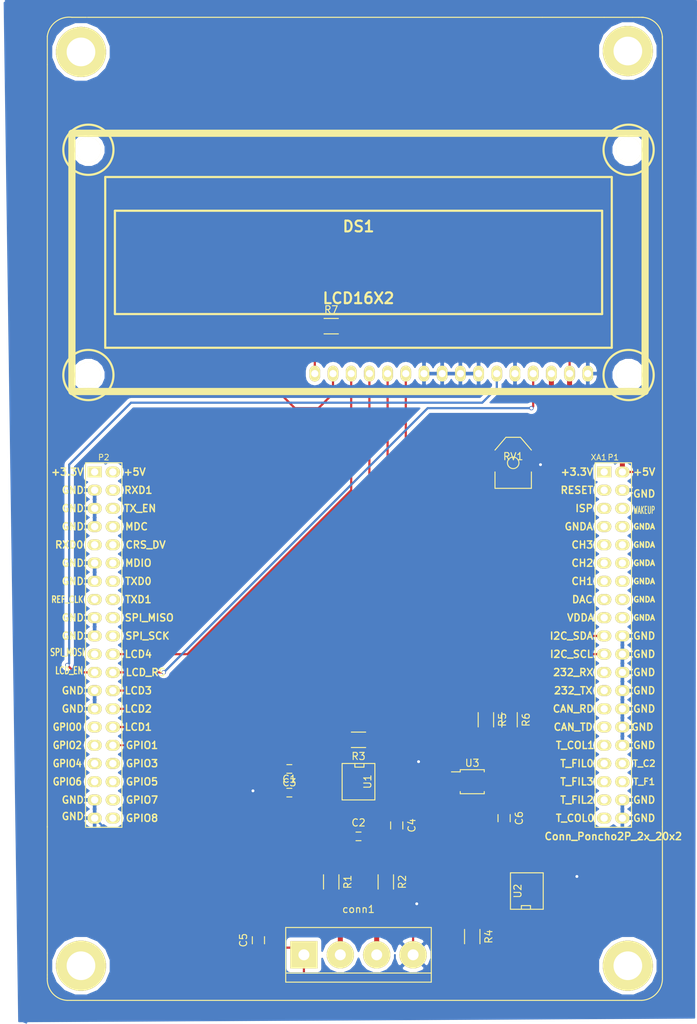
<source format=kicad_pcb>
(kicad_pcb (version 4) (host pcbnew 4.0.2-stable)

  (general
    (links 75)
    (no_connects 1)
    (area 70.612 35.814 167.894001 178.562001)
    (thickness 1.6)
    (drawings 0)
    (tracks 237)
    (zones 0)
    (modules 20)
    (nets 81)
  )

  (page A4)
  (layers
    (0 F.Cu signal)
    (31 B.Cu signal)
    (32 B.Adhes user)
    (33 F.Adhes user)
    (34 B.Paste user)
    (35 F.Paste user)
    (36 B.SilkS user)
    (37 F.SilkS user)
    (38 B.Mask user)
    (39 F.Mask user)
    (40 Dwgs.User user)
    (41 Cmts.User user)
    (42 Eco1.User user)
    (43 Eco2.User user)
    (44 Edge.Cuts user)
    (45 Margin user)
    (46 B.CrtYd user)
    (47 F.CrtYd user)
    (48 B.Fab user)
    (49 F.Fab user)
  )

  (setup
    (last_trace_width 0.3048)
    (user_trace_width 0.3048)
    (user_trace_width 0.7)
    (trace_clearance 0.2)
    (zone_clearance 0.508)
    (zone_45_only no)
    (trace_min 0.2)
    (segment_width 0.2)
    (edge_width 0.15)
    (via_size 0.6)
    (via_drill 0.4)
    (via_min_size 0.4)
    (via_min_drill 0.3)
    (user_via 1.27 0.7112)
    (uvia_size 0.3)
    (uvia_drill 0.1)
    (uvias_allowed no)
    (uvia_min_size 0.2)
    (uvia_min_drill 0.1)
    (pcb_text_width 0.3)
    (pcb_text_size 1.5 1.5)
    (mod_edge_width 0.15)
    (mod_text_size 1 1)
    (mod_text_width 0.15)
    (pad_size 1.524 1.524)
    (pad_drill 0.762)
    (pad_to_mask_clearance 0.2)
    (aux_axis_origin 0 0)
    (visible_elements 7FFFFFFF)
    (pcbplotparams
      (layerselection 0x00030_80000001)
      (usegerberextensions false)
      (excludeedgelayer true)
      (linewidth 0.100000)
      (plotframeref false)
      (viasonmask false)
      (mode 1)
      (useauxorigin false)
      (hpglpennumber 1)
      (hpglpenspeed 20)
      (hpglpendiameter 15)
      (hpglpenoverlay 2)
      (psnegative false)
      (psa4output false)
      (plotreference true)
      (plotvalue true)
      (plotinvisibletext false)
      (padsonsilk false)
      (subtractmaskfromsilk false)
      (outputformat 1)
      (mirror false)
      (drillshape 1)
      (scaleselection 1)
      (outputdirectory ""))
  )

  (net 0 "")
  (net 1 GND)
  (net 2 "Net-(C1-Pad2)")
  (net 3 "Net-(C2-Pad2)")
  (net 4 +5V)
  (net 5 celda+)
  (net 6 celda-)
  (net 7 "Net-(DS1-Pad3)")
  (net 8 /lcd/RS)
  (net 9 /lcd/Ena)
  (net 10 /lcd/D1)
  (net 11 /lcd/D2)
  (net 12 /lcd/D3)
  (net 13 /lcd/D4)
  (net 14 "Net-(DS1-Pad16)")
  (net 15 "Net-(R3-Pad1)")
  (net 16 "Net-(R3-Pad2)")
  (net 17 "Net-(R4-Pad1)")
  (net 18 +3.3V)
  (net 19 /ADC/sda)
  (net 20 /ADC/scl)
  (net 21 /ADC/celda_acond)
  (net 22 ref_2_5)
  (net 23 "Net-(U2-Pad7)")
  (net 24 "Net-(U2-Pad5)")
  (net 25 "Net-(U2-Pad3)")
  (net 26 "Net-(U2-Pad2)")
  (net 27 "Net-(U2-Pad1)")
  (net 28 /ADC/alert)
  (net 29 "Net-(U3-Pad5)")
  (net 30 "Net-(U3-Pad6)")
  (net 31 "Net-(U3-Pad7)")
  (net 32 "Net-(XA1-Pad1)")
  (net 33 "Net-(XA1-Pad11)")
  (net 34 "Net-(XA1-Pad13)")
  (net 35 "Net-(XA1-Pad6)")
  (net 36 "Net-(XA1-Pad15)")
  (net 37 "Net-(XA1-Pad8)")
  (net 38 "Net-(XA1-Pad17)")
  (net 39 "Net-(XA1-Pad10)")
  (net 40 "Net-(XA1-Pad12)")
  (net 41 "Net-(XA1-Pad14)")
  (net 42 "Net-(XA1-Pad23)")
  (net 43 "Net-(XA1-Pad16)")
  (net 44 "Net-(XA1-Pad25)")
  (net 45 "Net-(XA1-Pad18)")
  (net 46 "Net-(XA1-Pad27)")
  (net 47 "Net-(XA1-Pad29)")
  (net 48 "Net-(XA1-Pad31)")
  (net 49 "Net-(XA1-Pad33)")
  (net 50 "Net-(XA1-Pad34)")
  (net 51 "Net-(XA1-Pad36)")
  (net 52 "Net-(XA1-Pad35)")
  (net 53 "Net-(XA1-Pad37)")
  (net 54 "Net-(XA1-Pad3)")
  (net 55 "Net-(XA1-Pad5)")
  (net 56 "Net-(XA1-Pad7)")
  (net 57 "Net-(XA1-Pad9)")
  (net 58 "Net-(XA1-Pad39)")
  (net 59 "Net-(XA1-Pad41)")
  (net 60 "Net-(XA1-Pad42)")
  (net 61 "Net-(XA1-Pad44)")
  (net 62 "Net-(XA1-Pad46)")
  (net 63 "Net-(XA1-Pad48)")
  (net 64 "Net-(XA1-Pad49)")
  (net 65 "Net-(XA1-Pad50)")
  (net 66 "Net-(XA1-Pad52)")
  (net 67 "Net-(XA1-Pad54)")
  (net 68 "Net-(XA1-Pad55)")
  (net 69 "Net-(XA1-Pad56)")
  (net 70 "Net-(XA1-Pad58)")
  (net 71 "Net-(XA1-Pad60)")
  (net 72 "Net-(XA1-Pad61)")
  (net 73 "Net-(XA1-Pad69)")
  (net 74 "Net-(XA1-Pad71)")
  (net 75 "Net-(XA1-Pad73)")
  (net 76 "Net-(XA1-Pad74)")
  (net 77 "Net-(XA1-Pad75)")
  (net 78 "Net-(XA1-Pad76)")
  (net 79 "Net-(XA1-Pad78)")
  (net 80 "Net-(XA1-Pad80)")

  (net_class Default "This is the default net class."
    (clearance 0.2)
    (trace_width 0.25)
    (via_dia 0.6)
    (via_drill 0.4)
    (uvia_dia 0.3)
    (uvia_drill 0.1)
    (add_net +3.3V)
    (add_net +5V)
    (add_net /ADC/alert)
    (add_net /ADC/celda_acond)
    (add_net /ADC/scl)
    (add_net /ADC/sda)
    (add_net /lcd/D1)
    (add_net /lcd/D2)
    (add_net /lcd/D3)
    (add_net /lcd/D4)
    (add_net /lcd/Ena)
    (add_net /lcd/RS)
    (add_net GND)
    (add_net "Net-(C1-Pad2)")
    (add_net "Net-(C2-Pad2)")
    (add_net "Net-(DS1-Pad16)")
    (add_net "Net-(DS1-Pad3)")
    (add_net "Net-(R3-Pad1)")
    (add_net "Net-(R3-Pad2)")
    (add_net "Net-(R4-Pad1)")
    (add_net "Net-(U2-Pad1)")
    (add_net "Net-(U2-Pad2)")
    (add_net "Net-(U2-Pad3)")
    (add_net "Net-(U2-Pad5)")
    (add_net "Net-(U2-Pad7)")
    (add_net "Net-(U3-Pad5)")
    (add_net "Net-(U3-Pad6)")
    (add_net "Net-(U3-Pad7)")
    (add_net "Net-(XA1-Pad1)")
    (add_net "Net-(XA1-Pad10)")
    (add_net "Net-(XA1-Pad11)")
    (add_net "Net-(XA1-Pad12)")
    (add_net "Net-(XA1-Pad13)")
    (add_net "Net-(XA1-Pad14)")
    (add_net "Net-(XA1-Pad15)")
    (add_net "Net-(XA1-Pad16)")
    (add_net "Net-(XA1-Pad17)")
    (add_net "Net-(XA1-Pad18)")
    (add_net "Net-(XA1-Pad23)")
    (add_net "Net-(XA1-Pad25)")
    (add_net "Net-(XA1-Pad27)")
    (add_net "Net-(XA1-Pad29)")
    (add_net "Net-(XA1-Pad3)")
    (add_net "Net-(XA1-Pad31)")
    (add_net "Net-(XA1-Pad33)")
    (add_net "Net-(XA1-Pad34)")
    (add_net "Net-(XA1-Pad35)")
    (add_net "Net-(XA1-Pad36)")
    (add_net "Net-(XA1-Pad37)")
    (add_net "Net-(XA1-Pad39)")
    (add_net "Net-(XA1-Pad41)")
    (add_net "Net-(XA1-Pad42)")
    (add_net "Net-(XA1-Pad44)")
    (add_net "Net-(XA1-Pad46)")
    (add_net "Net-(XA1-Pad48)")
    (add_net "Net-(XA1-Pad49)")
    (add_net "Net-(XA1-Pad5)")
    (add_net "Net-(XA1-Pad50)")
    (add_net "Net-(XA1-Pad52)")
    (add_net "Net-(XA1-Pad54)")
    (add_net "Net-(XA1-Pad55)")
    (add_net "Net-(XA1-Pad56)")
    (add_net "Net-(XA1-Pad58)")
    (add_net "Net-(XA1-Pad6)")
    (add_net "Net-(XA1-Pad60)")
    (add_net "Net-(XA1-Pad61)")
    (add_net "Net-(XA1-Pad69)")
    (add_net "Net-(XA1-Pad7)")
    (add_net "Net-(XA1-Pad71)")
    (add_net "Net-(XA1-Pad73)")
    (add_net "Net-(XA1-Pad74)")
    (add_net "Net-(XA1-Pad75)")
    (add_net "Net-(XA1-Pad76)")
    (add_net "Net-(XA1-Pad78)")
    (add_net "Net-(XA1-Pad8)")
    (add_net "Net-(XA1-Pad80)")
    (add_net "Net-(XA1-Pad9)")
    (add_net celda+)
    (add_net celda-)
    (add_net ref_2_5)
  )

  (module ej2cese:LCD16x2 (layer F.Cu) (tedit 0) (tstamp 578E87DE)
    (at 120.65 72.39 180)
    (descr "LCD Module, 16x2")
    (path /578568C8/578E41A0)
    (fp_text reference DS1 (at 0 5.00126 180) (layer F.SilkS)
      (effects (font (size 1.5 1.5) (thickness 0.3)))
    )
    (fp_text value LCD16X2 (at 0 -5.00126 180) (layer F.SilkS)
      (effects (font (size 1.5 1.5) (thickness 0.3)))
    )
    (fp_circle (center -37.7 -15.7) (end -41.2 -15.7) (layer F.SilkS) (width 0.3048))
    (fp_circle (center 37.7 -15.7) (end 41.2 -15.7) (layer F.SilkS) (width 0.3048))
    (fp_circle (center 37.7 15.7) (end 41.2 15.7) (layer F.SilkS) (width 0.3048))
    (fp_circle (center -37.7 15.7) (end -41.2 15.7) (layer F.SilkS) (width 0.3048))
    (fp_line (start -35.35 -11.9) (end 35.35 -11.9) (layer F.SilkS) (width 0.3048))
    (fp_line (start 35.35 -11.9) (end 35.35 11.9) (layer F.SilkS) (width 0.3048))
    (fp_line (start 35.35 11.9) (end -35.35 11.9) (layer F.SilkS) (width 0.3048))
    (fp_line (start -35.35 11.9) (end -35.35 -11.9) (layer F.SilkS) (width 0.3048))
    (fp_line (start -34 -7.2) (end -34 7.2) (layer F.SilkS) (width 0.3048))
    (fp_line (start -34 7.2) (end 34 7.2) (layer F.SilkS) (width 0.3048))
    (fp_line (start 34 7.2) (end 34 -7.2) (layer F.SilkS) (width 0.3048))
    (fp_line (start 34 -7.2) (end -34 -7.2) (layer F.SilkS) (width 0.3048))
    (fp_line (start -40 -18) (end 40 -18) (layer F.SilkS) (width 1.00076))
    (fp_line (start 40 -18) (end 40 18) (layer F.SilkS) (width 1.00076))
    (fp_line (start 40 18) (end -40 18) (layer F.SilkS) (width 1.00076))
    (fp_line (start -40 18) (end -40 -18) (layer F.SilkS) (width 1.00076))
    (pad "" np_thru_hole circle (at -37.7 -15.7 180) (size 3.5 3.5) (drill 3.5) (layers *.Cu *.Mask F.SilkS))
    (pad "" np_thru_hole circle (at 37.7 -15.7 180) (size 3.5 3.5) (drill 3.5) (layers *.Cu *.Mask F.SilkS))
    (pad "" np_thru_hole circle (at 37.7 15.7 180) (size 3.5 3.5) (drill 3.5) (layers *.Cu *.Mask F.SilkS))
    (pad "" np_thru_hole circle (at -37.7 15.7 180) (size 3.5 3.5) (drill 3.5) (layers *.Cu *.Mask F.SilkS))
    (pad 1 thru_hole oval (at -32 -15.5 180) (size 1.5 2.2) (drill 1) (layers *.Cu *.Mask F.SilkS)
      (net 1 GND))
    (pad 2 thru_hole oval (at -29.46 -15.5 180) (size 1.5 2.2) (drill 1) (layers *.Cu *.Mask F.SilkS)
      (net 4 +5V))
    (pad 3 thru_hole oval (at -26.92 -15.5 180) (size 1.5 2.2) (drill 1) (layers *.Cu *.Mask F.SilkS)
      (net 7 "Net-(DS1-Pad3)"))
    (pad 4 thru_hole oval (at -24.38 -15.5 180) (size 1.5 2.2) (drill 1) (layers *.Cu *.Mask F.SilkS)
      (net 8 /lcd/RS))
    (pad 5 thru_hole oval (at -21.84 -15.5 180) (size 1.5 2.2) (drill 1) (layers *.Cu *.Mask F.SilkS)
      (net 1 GND))
    (pad 6 thru_hole oval (at -19.3 -15.5 180) (size 1.5 2.2) (drill 1) (layers *.Cu *.Mask F.SilkS)
      (net 9 /lcd/Ena))
    (pad 7 thru_hole oval (at -16.76 -15.5 180) (size 1.5 2.2) (drill 1) (layers *.Cu *.Mask F.SilkS)
      (net 1 GND))
    (pad 8 thru_hole oval (at -14.22 -15.5 180) (size 1.5 2.2) (drill 1) (layers *.Cu *.Mask F.SilkS)
      (net 1 GND))
    (pad 9 thru_hole oval (at -11.68 -15.5 180) (size 1.5 2.2) (drill 1) (layers *.Cu *.Mask F.SilkS)
      (net 1 GND))
    (pad 10 thru_hole oval (at -9.14 -15.5 180) (size 1.5 2.2) (drill 1) (layers *.Cu *.Mask F.SilkS)
      (net 1 GND))
    (pad 11 thru_hole oval (at -6.6 -15.5 180) (size 1.5 2.2) (drill 1) (layers *.Cu *.Mask F.SilkS)
      (net 10 /lcd/D1))
    (pad 12 thru_hole oval (at -4.06 -15.5 180) (size 1.5 2.2) (drill 1) (layers *.Cu *.Mask F.SilkS)
      (net 11 /lcd/D2))
    (pad 13 thru_hole oval (at -1.52 -15.5 180) (size 1.5 2.2) (drill 1) (layers *.Cu *.Mask F.SilkS)
      (net 12 /lcd/D3))
    (pad 14 thru_hole oval (at 1.02 -15.5 180) (size 1.5 2.2) (drill 1) (layers *.Cu *.Mask F.SilkS)
      (net 13 /lcd/D4))
    (pad 15 thru_hole oval (at 3.56 -15.5 180) (size 1.5 2.2) (drill 1) (layers *.Cu *.Mask F.SilkS)
      (net 4 +5V))
    (pad 16 thru_hole oval (at 6.1 -15.5 180) (size 1.5 2.2) (drill 1) (layers *.Cu *.Mask F.SilkS)
      (net 14 "Net-(DS1-Pad16)"))
    (model LCD_16x2.wrl
      (at (xyz 0 0 0))
      (scale (xyz 1 1 1))
      (rotate (xyz 0 0 0))
    )
  )

  (module ej2cese:PonchoGrande (layer F.Cu) (tedit 0) (tstamp 578E888D)
    (at 154.94 101.6)
    (descr "Double rangee de contacts 2 x 12 pins")
    (tags CONN)
    (path /578568DA/5785D591)
    (fp_text reference XA1 (at -0.762 -2.032 180) (layer F.SilkS)
      (effects (font (size 0.8 0.8) (thickness 0.12)))
    )
    (fp_text value Conn_Poncho2P_2x_20x2 (at 1.27 50.8) (layer F.SilkS)
      (effects (font (size 1.016 1.016) (thickness 0.2032)))
    )
    (fp_arc (start -74.803 70.739) (end -74.93 73.66) (angle 90) (layer F.SilkS) (width 0.15))
    (fp_arc (start 5.08 70.612) (end 8.128 70.485) (angle 90) (layer F.SilkS) (width 0.15))
    (fp_arc (start 5.207 -60.452) (end 5.207 -63.373) (angle 90) (layer F.SilkS) (width 0.15))
    (fp_line (start -77.724 -60.706) (end -77.724 -56.769) (layer F.SilkS) (width 0.15))
    (fp_line (start -72.263 -63.373) (end -74.295 -63.373) (layer F.SilkS) (width 0.15))
    (fp_arc (start -74.676 -60.325) (end -77.724 -60.706) (angle 90) (layer F.SilkS) (width 0.15))
    (fp_line (start 5.461 -63.373) (end 4.826 -63.373) (layer F.SilkS) (width 0.15))
    (fp_line (start 8.128 -60.579) (end 8.128 -60.706) (layer F.SilkS) (width 0.15))
    (fp_line (start 8.128 -60.706) (end 8.128 -60.452) (layer F.SilkS) (width 0.15))
    (fp_line (start 3.937 -63.373) (end 4.826 -63.373) (layer F.SilkS) (width 0.15))
    (fp_line (start 0 -63.373) (end 3.937 -63.373) (layer F.SilkS) (width 0.15))
    (fp_line (start 8.128 -58.293) (end 8.128 -60.579) (layer F.SilkS) (width 0.15))
    (fp_line (start 0 -63.373) (end -8.636 -63.373) (layer F.SilkS) (width 0.15))
    (fp_line (start -8.636 -63.373) (end -72.136 -63.373) (layer F.SilkS) (width 0.15))
    (fp_line (start -77.724 -1.27) (end -77.724 -56.769) (layer F.SilkS) (width 0.15))
    (fp_line (start 8.128 -1.27) (end 8.128 -10.16) (layer F.SilkS) (width 0.15))
    (fp_line (start 8.128 -10.16) (end 8.128 -27.432) (layer F.SilkS) (width 0.15))
    (fp_line (start 8.128 -27.432) (end 8.128 -48.26) (layer F.SilkS) (width 0.15))
    (fp_line (start 8.128 -48.26) (end 8.128 -55.499) (layer F.SilkS) (width 0.15))
    (fp_line (start 8.128 -55.499) (end 8.128 -58.293) (layer F.SilkS) (width 0.15))
    (fp_line (start -77.724 70.612) (end -77.724 70.104) (layer F.SilkS) (width 0.15))
    (fp_line (start -74.422 73.66) (end -74.93 73.66) (layer F.SilkS) (width 0.15))
    (fp_line (start -73.025 73.66) (end -74.422 73.66) (layer F.SilkS) (width 0.15))
    (fp_line (start -77.724 67.056) (end -77.724 70.104) (layer F.SilkS) (width 0.15))
    (fp_line (start 3.302 73.66) (end 5.207 73.66) (layer F.SilkS) (width 0.15))
    (fp_line (start 8.128 66.802) (end 8.128 70.485) (layer F.SilkS) (width 0.15))
    (fp_line (start 8.128 49.403) (end 8.128 66.802) (layer F.SilkS) (width 0.15))
    (fp_line (start -77.724 49.403) (end -77.724 67.056) (layer F.SilkS) (width 0.15))
    (fp_line (start 3.302 73.66) (end -73.025 73.66) (layer F.SilkS) (width 0.15))
    (fp_text user GPIO8 (at -64.516 48.26) (layer F.SilkS)
      (effects (font (size 1 1) (thickness 0.2)))
    )
    (fp_text user GPIO7 (at -64.516 45.72) (layer F.SilkS)
      (effects (font (size 1 1) (thickness 0.2)))
    )
    (fp_text user GPIO5 (at -64.516 43.18) (layer F.SilkS)
      (effects (font (size 1 1) (thickness 0.2)))
    )
    (fp_text user GPIO3 (at -64.516 40.64) (layer F.SilkS)
      (effects (font (size 1 1) (thickness 0.2)))
    )
    (fp_text user GPIO1 (at -64.516 38.1) (layer F.SilkS)
      (effects (font (size 1 1) (thickness 0.2)))
    )
    (fp_text user LCD1 (at -65.024 35.56) (layer F.SilkS)
      (effects (font (size 1 1) (thickness 0.2)))
    )
    (fp_text user LCD2 (at -65.024 33.02) (layer F.SilkS)
      (effects (font (size 1 1) (thickness 0.2)))
    )
    (fp_text user LCD3 (at -65.024 30.48) (layer F.SilkS)
      (effects (font (size 1 1) (thickness 0.2)))
    )
    (fp_text user LCD_RS (at -64.008 27.94) (layer F.SilkS)
      (effects (font (size 1 1) (thickness 0.2)))
    )
    (fp_text user LCD4 (at -65.024 25.4) (layer F.SilkS)
      (effects (font (size 1 1) (thickness 0.2)))
    )
    (fp_text user SPI_SCK (at -63.754 22.86) (layer F.SilkS)
      (effects (font (size 1 1) (thickness 0.2)))
    )
    (fp_text user SPI_MISO (at -63.5 20.32) (layer F.SilkS)
      (effects (font (size 1 1) (thickness 0.2)))
    )
    (fp_text user TXD1 (at -65.024 17.78) (layer F.SilkS)
      (effects (font (size 1 1) (thickness 0.2)))
    )
    (fp_text user TXD0 (at -65.024 15.24) (layer F.SilkS)
      (effects (font (size 1 1) (thickness 0.2)))
    )
    (fp_text user MDIO (at -65.024 12.7) (layer F.SilkS)
      (effects (font (size 1 1) (thickness 0.2)))
    )
    (fp_text user CRS_DV (at -64.008 10.16) (layer F.SilkS)
      (effects (font (size 1 1) (thickness 0.2)))
    )
    (fp_text user MDC (at -65.278 7.62) (layer F.SilkS)
      (effects (font (size 1 1) (thickness 0.2)))
    )
    (fp_text user TX_EN (at -64.77 5.08) (layer F.SilkS)
      (effects (font (size 1 1) (thickness 0.2)))
    )
    (fp_text user RXD1 (at -65.024 2.54) (layer F.SilkS)
      (effects (font (size 1 1) (thickness 0.2)))
    )
    (fp_text user +5V (at -65.532 0) (layer F.SilkS)
      (effects (font (size 1 1) (thickness 0.2)))
    )
    (fp_text user GND (at -74.168 48.006) (layer F.SilkS)
      (effects (font (size 1 1) (thickness 0.2)))
    )
    (fp_text user GND (at -74.168 45.72) (layer F.SilkS)
      (effects (font (size 1 1) (thickness 0.2)))
    )
    (fp_text user GPIO6 (at -74.93 43.18) (layer F.SilkS)
      (effects (font (size 1 0.9) (thickness 0.2)))
    )
    (fp_text user GPIO4 (at -74.93 40.64) (layer F.SilkS)
      (effects (font (size 1 0.9) (thickness 0.2)))
    )
    (fp_text user GPIO2 (at -74.93 38.1) (layer F.SilkS)
      (effects (font (size 1 0.9) (thickness 0.2)))
    )
    (fp_text user GPIO0 (at -74.93 35.56) (layer F.SilkS)
      (effects (font (size 1 0.9) (thickness 0.2)))
    )
    (fp_text user GND (at -74.168 33.02) (layer F.SilkS)
      (effects (font (size 1 1) (thickness 0.2)))
    )
    (fp_text user GND (at -74.168 30.48) (layer F.SilkS)
      (effects (font (size 1 1) (thickness 0.2)))
    )
    (fp_text user LCD_EN (at -74.676 27.686) (layer F.SilkS)
      (effects (font (size 1 0.7) (thickness 0.17)))
    )
    (fp_text user SPI_MOSI (at -74.93 25.146) (layer F.SilkS)
      (effects (font (size 1 0.7) (thickness 0.17)))
    )
    (fp_text user GND (at -74.168 22.86) (layer F.SilkS)
      (effects (font (size 1 1) (thickness 0.2)))
    )
    (fp_text user GND (at -74.168 20.32) (layer F.SilkS)
      (effects (font (size 1 1) (thickness 0.2)))
    )
    (fp_text user REF_CLK (at -74.93 17.78) (layer F.SilkS)
      (effects (font (size 0.9 0.7) (thickness 0.175)))
    )
    (fp_text user GND (at -74.168 15.24) (layer F.SilkS)
      (effects (font (size 1 1) (thickness 0.2)))
    )
    (fp_text user GND (at -74.168 12.7) (layer F.SilkS)
      (effects (font (size 1 1) (thickness 0.2)))
    )
    (fp_text user GND (at -74.168 7.62) (layer F.SilkS)
      (effects (font (size 1 1) (thickness 0.2)))
    )
    (fp_text user RXD0 (at -74.676 10.16) (layer F.SilkS)
      (effects (font (size 1 1) (thickness 0.2)))
    )
    (fp_text user GND (at -74.168 5.08) (layer F.SilkS)
      (effects (font (size 1 1) (thickness 0.2)))
    )
    (fp_text user GND (at -74.168 2.54) (layer F.SilkS)
      (effects (font (size 1 1) (thickness 0.2)))
    )
    (fp_text user +3.3V (at -74.93 0) (layer F.SilkS)
      (effects (font (size 1 1) (thickness 0.2)))
    )
    (fp_text user GND (at 5.588 48.26) (layer F.SilkS)
      (effects (font (size 1 1) (thickness 0.2)))
    )
    (fp_text user GND (at 5.588 45.72) (layer F.SilkS)
      (effects (font (size 1 1) (thickness 0.2)))
    )
    (fp_text user T_F1 (at 5.588 43.18) (layer F.SilkS)
      (effects (font (size 0.9 0.9) (thickness 0.18)))
    )
    (fp_text user T_C2 (at 5.588 40.64) (layer F.SilkS)
      (effects (font (size 0.9 0.9) (thickness 0.18)))
    )
    (fp_text user GND (at 5.588 38.1) (layer F.SilkS)
      (effects (font (size 1 1) (thickness 0.2)))
    )
    (fp_text user GND (at 5.334 35.56) (layer F.SilkS)
      (effects (font (size 1 1) (thickness 0.2)))
    )
    (fp_text user GND (at 5.588 33.02) (layer F.SilkS)
      (effects (font (size 1 1) (thickness 0.2)))
    )
    (fp_text user GND (at 5.588 30.48) (layer F.SilkS)
      (effects (font (size 1 1) (thickness 0.2)))
    )
    (fp_text user GND (at 5.588 27.94) (layer F.SilkS)
      (effects (font (size 1 1) (thickness 0.2)))
    )
    (fp_text user GND (at 5.588 25.4) (layer F.SilkS)
      (effects (font (size 1 1) (thickness 0.2)))
    )
    (fp_text user GND (at 5.588 22.86) (layer F.SilkS)
      (effects (font (size 1 1) (thickness 0.2)))
    )
    (fp_text user GNDA (at 5.588 20.32) (layer F.SilkS)
      (effects (font (size 0.76 0.76) (thickness 0.19)))
    )
    (fp_text user GNDA (at 5.588 17.78) (layer F.SilkS)
      (effects (font (size 0.76 0.76) (thickness 0.19)))
    )
    (fp_text user GNDA (at 5.588 15.24) (layer F.SilkS)
      (effects (font (size 0.76 0.76) (thickness 0.19)))
    )
    (fp_text user GNDA (at 5.588 12.7) (layer F.SilkS)
      (effects (font (size 0.76 0.76) (thickness 0.19)))
    )
    (fp_text user GNDA (at 5.588 10.16) (layer F.SilkS)
      (effects (font (size 0.76 0.76) (thickness 0.19)))
    )
    (fp_text user GNDA (at 5.588 7.62) (layer F.SilkS)
      (effects (font (size 0.76 0.76) (thickness 0.19)))
    )
    (fp_text user WAKEUP (at 5.588 5.334) (layer F.SilkS)
      (effects (font (size 1 0.5) (thickness 0.125)))
    )
    (fp_text user GND (at 5.588 3.048) (layer F.SilkS)
      (effects (font (size 1 1) (thickness 0.2)))
    )
    (fp_text user +5V (at 5.588 0) (layer F.SilkS)
      (effects (font (size 1 1) (thickness 0.2)))
    )
    (fp_text user T_COL0 (at -4.064 48.26) (layer F.SilkS)
      (effects (font (size 1 1) (thickness 0.2)))
    )
    (fp_text user T_FIL2 (at -3.81 45.72) (layer F.SilkS)
      (effects (font (size 1 1) (thickness 0.2)))
    )
    (fp_text user T_FIL3 (at -3.81 43.18) (layer F.SilkS)
      (effects (font (size 1 1) (thickness 0.2)))
    )
    (fp_text user T_FIL0 (at -3.81 40.64) (layer F.SilkS)
      (effects (font (size 1 1) (thickness 0.2)))
    )
    (fp_text user T_COL1 (at -4.064 38.1) (layer F.SilkS)
      (effects (font (size 1 1) (thickness 0.2)))
    )
    (fp_text user CAN_TD (at -4.318 35.56) (layer F.SilkS)
      (effects (font (size 1 1) (thickness 0.2)))
    )
    (fp_text user CAN_RD (at -4.318 33.02) (layer F.SilkS)
      (effects (font (size 1 1) (thickness 0.2)))
    )
    (fp_text user 232_TX (at -4.318 30.48) (layer F.SilkS)
      (effects (font (size 1 1) (thickness 0.2)))
    )
    (fp_text user 232_RX (at -4.318 27.94) (layer F.SilkS)
      (effects (font (size 1 1) (thickness 0.2)))
    )
    (fp_text user I2C_SCL (at -4.572 25.4) (layer F.SilkS)
      (effects (font (size 1 1) (thickness 0.2)))
    )
    (fp_text user I2C_SDA (at -4.572 22.86) (layer F.SilkS)
      (effects (font (size 1 1) (thickness 0.2)))
    )
    (fp_text user VDDA (at -3.302 20.32) (layer F.SilkS)
      (effects (font (size 1 1) (thickness 0.2)))
    )
    (fp_text user DAC (at -3.048 17.78) (layer F.SilkS)
      (effects (font (size 1 1) (thickness 0.2)))
    )
    (fp_text user CH1 (at -3.048 15.24) (layer F.SilkS)
      (effects (font (size 1 1) (thickness 0.2)))
    )
    (fp_text user CH2 (at -3.048 12.7) (layer F.SilkS)
      (effects (font (size 1 1) (thickness 0.2)))
    )
    (fp_text user CH3 (at -3.048 10.16) (layer F.SilkS)
      (effects (font (size 1 1) (thickness 0.2)))
    )
    (fp_text user GNDA (at -3.556 7.62) (layer F.SilkS)
      (effects (font (size 1 1) (thickness 0.2)))
    )
    (fp_text user ISP (at -2.794 5.08) (layer F.SilkS)
      (effects (font (size 1 1) (thickness 0.2)))
    )
    (fp_text user RESET (at -3.81 2.54) (layer F.SilkS)
      (effects (font (size 1 1) (thickness 0.2)))
    )
    (fp_text user P2 (at -69.85 -2.032) (layer F.SilkS)
      (effects (font (size 0.8 0.8) (thickness 0.12)))
    )
    (fp_text user P1 (at 1.27 -2.032) (layer F.SilkS)
      (effects (font (size 0.8 0.8) (thickness 0.12)))
    )
    (fp_line (start -77.724 -1.27) (end -77.724 49.53) (layer F.SilkS) (width 0.15))
    (fp_line (start 8.128 0) (end 8.128 -1.27) (layer F.SilkS) (width 0.15))
    (fp_line (start 8.128 0) (end 8.128 49.53) (layer F.SilkS) (width 0.15))
    (fp_text user +3.3V (at -3.81 0) (layer F.SilkS)
      (effects (font (size 1 1) (thickness 0.2)))
    )
    (fp_line (start -72.39 0) (end -72.39 -1.27) (layer F.SilkS) (width 0.15))
    (fp_line (start -72.39 -1.27) (end -67.31 -1.27) (layer F.SilkS) (width 0.15))
    (fp_line (start -67.31 -1.27) (end -67.31 49.53) (layer F.SilkS) (width 0.15))
    (fp_line (start -67.31 49.53) (end -72.39 49.53) (layer F.SilkS) (width 0.15))
    (fp_line (start -72.39 49.53) (end -72.39 0) (layer F.SilkS) (width 0.15))
    (fp_line (start -1.27 49.53) (end -1.27 -1.27) (layer F.SilkS) (width 0.15))
    (fp_line (start 3.81 49.53) (end 3.81 -1.27) (layer F.SilkS) (width 0.15))
    (fp_line (start 3.81 49.53) (end -1.27 49.53) (layer F.SilkS) (width 0.15))
    (fp_line (start 3.81 -1.27) (end -1.27 -1.27) (layer F.SilkS) (width 0.15))
    (pad 1 thru_hole rect (at 0 0 270) (size 1.524 2) (drill 1.016) (layers *.Cu *.Mask F.SilkS)
      (net 32 "Net-(XA1-Pad1)"))
    (pad 2 thru_hole oval (at 2.54 0 270) (size 1.524 2) (drill 1.016) (layers *.Cu *.Mask F.SilkS)
      (net 4 +5V))
    (pad 11 thru_hole oval (at 0 12.7 270) (size 1.524 2) (drill 1.016) (layers *.Cu *.Mask F.SilkS)
      (net 33 "Net-(XA1-Pad11)"))
    (pad 4 thru_hole oval (at 2.54 2.54 270) (size 1.524 2) (drill 1.016) (layers *.Cu *.Mask F.SilkS)
      (net 1 GND))
    (pad 13 thru_hole oval (at 0 15.24 270) (size 1.524 2) (drill 1.016) (layers *.Cu *.Mask F.SilkS)
      (net 34 "Net-(XA1-Pad13)"))
    (pad 6 thru_hole oval (at 2.54 5.08 270) (size 1.524 2) (drill 1.016) (layers *.Cu *.Mask F.SilkS)
      (net 35 "Net-(XA1-Pad6)"))
    (pad 15 thru_hole oval (at 0 17.78 270) (size 1.524 2) (drill 1.016) (layers *.Cu *.Mask F.SilkS)
      (net 36 "Net-(XA1-Pad15)"))
    (pad 8 thru_hole oval (at 2.54 7.62 270) (size 1.524 2) (drill 1.016) (layers *.Cu *.Mask F.SilkS)
      (net 37 "Net-(XA1-Pad8)"))
    (pad 17 thru_hole oval (at 0 20.32 270) (size 1.524 2) (drill 1.016) (layers *.Cu *.Mask F.SilkS)
      (net 38 "Net-(XA1-Pad17)"))
    (pad 10 thru_hole oval (at 2.54 10.16 270) (size 1.524 2) (drill 1.016) (layers *.Cu *.Mask F.SilkS)
      (net 39 "Net-(XA1-Pad10)"))
    (pad 19 thru_hole oval (at 0 22.86 270) (size 1.524 2) (drill 1.016) (layers *.Cu *.Mask F.SilkS)
      (net 19 /ADC/sda))
    (pad 12 thru_hole oval (at 2.54 12.7 270) (size 1.524 2) (drill 1.016) (layers *.Cu *.Mask F.SilkS)
      (net 40 "Net-(XA1-Pad12)"))
    (pad 21 thru_hole oval (at 0 25.4 270) (size 1.524 2) (drill 1.016) (layers *.Cu *.Mask F.SilkS)
      (net 20 /ADC/scl))
    (pad 14 thru_hole oval (at 2.54 15.24 270) (size 1.524 2) (drill 1.016) (layers *.Cu *.Mask F.SilkS)
      (net 41 "Net-(XA1-Pad14)"))
    (pad 23 thru_hole oval (at 0 27.94 270) (size 1.524 2) (drill 1.016) (layers *.Cu *.Mask F.SilkS)
      (net 42 "Net-(XA1-Pad23)"))
    (pad 16 thru_hole oval (at 2.54 17.78 270) (size 1.524 2) (drill 1.016) (layers *.Cu *.Mask F.SilkS)
      (net 43 "Net-(XA1-Pad16)"))
    (pad 25 thru_hole oval (at 0 30.48 270) (size 1.524 2) (drill 1.016) (layers *.Cu *.Mask F.SilkS)
      (net 44 "Net-(XA1-Pad25)"))
    (pad 18 thru_hole oval (at 2.54 20.32 270) (size 1.524 2) (drill 1.016) (layers *.Cu *.Mask F.SilkS)
      (net 45 "Net-(XA1-Pad18)"))
    (pad 27 thru_hole oval (at 0 33.02 270) (size 1.524 2) (drill 1.016) (layers *.Cu *.Mask F.SilkS)
      (net 46 "Net-(XA1-Pad27)"))
    (pad 20 thru_hole oval (at 2.54 22.86 270) (size 1.524 2) (drill 1.016) (layers *.Cu *.Mask F.SilkS)
      (net 1 GND))
    (pad 29 thru_hole oval (at 0 35.56 270) (size 1.524 2) (drill 1.016) (layers *.Cu *.Mask F.SilkS)
      (net 47 "Net-(XA1-Pad29)"))
    (pad 22 thru_hole oval (at 2.54 25.4 270) (size 1.524 2) (drill 1.016) (layers *.Cu *.Mask F.SilkS)
      (net 1 GND))
    (pad 31 thru_hole oval (at 0 38.1 270) (size 1.524 2) (drill 1.016) (layers *.Cu *.Mask F.SilkS)
      (net 48 "Net-(XA1-Pad31)"))
    (pad 24 thru_hole oval (at 2.54 27.94 270) (size 1.524 2) (drill 1.016) (layers *.Cu *.Mask F.SilkS)
      (net 1 GND))
    (pad 26 thru_hole oval (at 2.54 30.48 270) (size 1.524 2) (drill 1.016) (layers *.Cu *.Mask F.SilkS)
      (net 1 GND))
    (pad 33 thru_hole oval (at 0 40.64 270) (size 1.524 2) (drill 1.016) (layers *.Cu *.Mask F.SilkS)
      (net 49 "Net-(XA1-Pad33)"))
    (pad 28 thru_hole oval (at 2.54 33.02 270) (size 1.524 2) (drill 1.016) (layers *.Cu *.Mask F.SilkS)
      (net 1 GND))
    (pad 32 thru_hole oval (at 2.54 38.1 270) (size 1.524 2) (drill 1.016) (layers *.Cu *.Mask F.SilkS)
      (net 1 GND))
    (pad 34 thru_hole oval (at 2.54 40.64 270) (size 1.524 2) (drill 1.016) (layers *.Cu *.Mask F.SilkS)
      (net 50 "Net-(XA1-Pad34)"))
    (pad 36 thru_hole oval (at 2.54 43.18 270) (size 1.524 2) (drill 1.016) (layers *.Cu *.Mask F.SilkS)
      (net 51 "Net-(XA1-Pad36)"))
    (pad 38 thru_hole oval (at 2.54 45.72 270) (size 1.524 2) (drill 1.016) (layers *.Cu *.Mask F.SilkS)
      (net 1 GND))
    (pad 35 thru_hole oval (at 0 43.18 270) (size 1.524 2) (drill 1.016) (layers *.Cu *.Mask F.SilkS)
      (net 52 "Net-(XA1-Pad35)"))
    (pad 37 thru_hole oval (at 0 45.72 270) (size 1.524 2) (drill 1.016) (layers *.Cu *.Mask F.SilkS)
      (net 53 "Net-(XA1-Pad37)"))
    (pad 3 thru_hole oval (at 0 2.54 270) (size 1.524 2) (drill 1.016) (layers *.Cu *.Mask F.SilkS)
      (net 54 "Net-(XA1-Pad3)"))
    (pad 5 thru_hole oval (at 0 5.08 270) (size 1.524 2) (drill 1.016) (layers *.Cu *.Mask F.SilkS)
      (net 55 "Net-(XA1-Pad5)"))
    (pad 7 thru_hole oval (at 0 7.62 270) (size 1.524 2) (drill 1.016) (layers *.Cu *.Mask F.SilkS)
      (net 56 "Net-(XA1-Pad7)"))
    (pad 9 thru_hole oval (at 0 10.16 270) (size 1.524 2) (drill 1.016) (layers *.Cu *.Mask F.SilkS)
      (net 57 "Net-(XA1-Pad9)"))
    (pad 39 thru_hole oval (at 0 48.26 270) (size 1.524 2) (drill 1.016) (layers *.Cu *.Mask F.SilkS)
      (net 58 "Net-(XA1-Pad39)"))
    (pad 40 thru_hole oval (at 2.54 48.26 270) (size 1.524 2) (drill 1.016) (layers *.Cu *.Mask F.SilkS)
      (net 1 GND))
    (pad 30 thru_hole oval (at 2.54 35.56 270) (size 1.524 2) (drill 1.016) (layers *.Cu *.Mask F.SilkS)
      (net 1 GND))
    (pad 41 thru_hole rect (at -71.12 0 270) (size 1.524 2) (drill 1.016) (layers *.Cu *.Mask F.SilkS)
      (net 59 "Net-(XA1-Pad41)"))
    (pad 42 thru_hole oval (at -68.58 0 270) (size 1.524 2) (drill 1.016) (layers *.Cu *.Mask F.SilkS)
      (net 60 "Net-(XA1-Pad42)"))
    (pad 43 thru_hole oval (at -71.12 2.54 270) (size 1.524 2) (drill 1.016) (layers *.Cu *.Mask F.SilkS)
      (net 1 GND))
    (pad 44 thru_hole oval (at -68.58 2.54 270) (size 1.524 2) (drill 1.016) (layers *.Cu *.Mask F.SilkS)
      (net 61 "Net-(XA1-Pad44)"))
    (pad 45 thru_hole oval (at -71.12 5.08 270) (size 1.524 2) (drill 1.016) (layers *.Cu *.Mask F.SilkS)
      (net 1 GND))
    (pad 46 thru_hole oval (at -68.58 5.08 270) (size 1.524 2) (drill 1.016) (layers *.Cu *.Mask F.SilkS)
      (net 62 "Net-(XA1-Pad46)"))
    (pad 47 thru_hole oval (at -71.12 7.62 270) (size 1.524 2) (drill 1.016) (layers *.Cu *.Mask F.SilkS)
      (net 1 GND))
    (pad 48 thru_hole oval (at -68.58 7.62 270) (size 1.524 2) (drill 1.016) (layers *.Cu *.Mask F.SilkS)
      (net 63 "Net-(XA1-Pad48)"))
    (pad 49 thru_hole oval (at -71.12 10.16 270) (size 1.524 2) (drill 1.016) (layers *.Cu *.Mask F.SilkS)
      (net 64 "Net-(XA1-Pad49)"))
    (pad 50 thru_hole oval (at -68.58 10.16 270) (size 1.524 2) (drill 1.016) (layers *.Cu *.Mask F.SilkS)
      (net 65 "Net-(XA1-Pad50)"))
    (pad 51 thru_hole oval (at -71.12 12.7 270) (size 1.524 2) (drill 1.016) (layers *.Cu *.Mask F.SilkS)
      (net 1 GND))
    (pad 52 thru_hole oval (at -68.58 12.7 270) (size 1.524 2) (drill 1.016) (layers *.Cu *.Mask F.SilkS)
      (net 66 "Net-(XA1-Pad52)"))
    (pad 53 thru_hole oval (at -71.12 15.24 270) (size 1.524 2) (drill 1.016) (layers *.Cu *.Mask F.SilkS)
      (net 1 GND))
    (pad 54 thru_hole oval (at -68.58 15.24 270) (size 1.524 2) (drill 1.016) (layers *.Cu *.Mask F.SilkS)
      (net 67 "Net-(XA1-Pad54)"))
    (pad 55 thru_hole oval (at -71.12 17.78 270) (size 1.524 2) (drill 1.016) (layers *.Cu *.Mask F.SilkS)
      (net 68 "Net-(XA1-Pad55)"))
    (pad 56 thru_hole oval (at -68.58 17.78 270) (size 1.524 2) (drill 1.016) (layers *.Cu *.Mask F.SilkS)
      (net 69 "Net-(XA1-Pad56)"))
    (pad 57 thru_hole oval (at -71.12 20.32 270) (size 1.524 2) (drill 1.016) (layers *.Cu *.Mask F.SilkS)
      (net 1 GND))
    (pad 58 thru_hole oval (at -68.58 20.32 270) (size 1.524 2) (drill 1.016) (layers *.Cu *.Mask F.SilkS)
      (net 70 "Net-(XA1-Pad58)"))
    (pad 59 thru_hole oval (at -71.12 22.86 270) (size 1.524 2) (drill 1.016) (layers *.Cu *.Mask F.SilkS)
      (net 1 GND))
    (pad 60 thru_hole oval (at -68.58 22.86 270) (size 1.524 2) (drill 1.016) (layers *.Cu *.Mask F.SilkS)
      (net 71 "Net-(XA1-Pad60)"))
    (pad 61 thru_hole oval (at -71.12 25.4 270) (size 1.524 2) (drill 1.016) (layers *.Cu *.Mask F.SilkS)
      (net 72 "Net-(XA1-Pad61)"))
    (pad 62 thru_hole oval (at -68.58 25.4 270) (size 1.524 2) (drill 1.016) (layers *.Cu *.Mask F.SilkS)
      (net 13 /lcd/D4))
    (pad 63 thru_hole oval (at -71.12 27.94 270) (size 1.524 2) (drill 1.016) (layers *.Cu *.Mask F.SilkS)
      (net 9 /lcd/Ena))
    (pad 64 thru_hole oval (at -68.58 27.94 270) (size 1.524 2) (drill 1.016) (layers *.Cu *.Mask F.SilkS)
      (net 8 /lcd/RS))
    (pad 65 thru_hole oval (at -71.12 30.48 270) (size 1.524 2) (drill 1.016) (layers *.Cu *.Mask F.SilkS)
      (net 1 GND))
    (pad 66 thru_hole oval (at -68.58 30.48 270) (size 1.524 2) (drill 1.016) (layers *.Cu *.Mask F.SilkS)
      (net 12 /lcd/D3))
    (pad 67 thru_hole oval (at -71.12 33.02 270) (size 1.524 2) (drill 1.016) (layers *.Cu *.Mask F.SilkS)
      (net 1 GND))
    (pad 68 thru_hole oval (at -68.58 33.02 270) (size 1.524 2) (drill 1.016) (layers *.Cu *.Mask F.SilkS)
      (net 11 /lcd/D2))
    (pad 69 thru_hole oval (at -71.12 35.56 270) (size 1.524 2) (drill 1.016) (layers *.Cu *.Mask F.SilkS)
      (net 73 "Net-(XA1-Pad69)"))
    (pad 70 thru_hole oval (at -68.58 35.56 270) (size 1.524 2) (drill 1.016) (layers *.Cu *.Mask F.SilkS)
      (net 10 /lcd/D1))
    (pad 71 thru_hole oval (at -71.12 38.1 270) (size 1.524 2) (drill 1.016) (layers *.Cu *.Mask F.SilkS)
      (net 74 "Net-(XA1-Pad71)"))
    (pad 72 thru_hole oval (at -68.58 38.1 270) (size 1.524 2) (drill 1.016) (layers *.Cu *.Mask F.SilkS)
      (net 28 /ADC/alert))
    (pad 73 thru_hole oval (at -71.12 40.64 270) (size 1.524 2) (drill 1.016) (layers *.Cu *.Mask F.SilkS)
      (net 75 "Net-(XA1-Pad73)"))
    (pad 74 thru_hole oval (at -68.58 40.64 270) (size 1.524 2) (drill 1.016) (layers *.Cu *.Mask F.SilkS)
      (net 76 "Net-(XA1-Pad74)"))
    (pad 75 thru_hole oval (at -71.12 43.18 270) (size 1.524 2) (drill 1.016) (layers *.Cu *.Mask F.SilkS)
      (net 77 "Net-(XA1-Pad75)"))
    (pad 76 thru_hole oval (at -68.58 43.18 270) (size 1.524 2) (drill 1.016) (layers *.Cu *.Mask F.SilkS)
      (net 78 "Net-(XA1-Pad76)"))
    (pad 77 thru_hole oval (at -71.12 45.72 270) (size 1.524 2) (drill 1.016) (layers *.Cu *.Mask F.SilkS)
      (net 1 GND))
    (pad 78 thru_hole oval (at -68.58 45.72 270) (size 1.524 2) (drill 1.016) (layers *.Cu *.Mask F.SilkS)
      (net 79 "Net-(XA1-Pad78)"))
    (pad 79 thru_hole oval (at -71.12 48.26 270) (size 1.524 2) (drill 1.016) (layers *.Cu *.Mask F.SilkS)
      (net 1 GND))
    (pad 80 thru_hole oval (at -68.58 48.26 270) (size 1.524 2) (drill 1.016) (layers *.Cu *.Mask F.SilkS)
      (net 80 "Net-(XA1-Pad80)"))
    (pad ~ thru_hole circle (at -73.025 68.834) (size 7 7) (drill 4) (layers *.Cu *.Mask F.SilkS))
    (pad ~ thru_hole circle (at 3.302 68.834) (size 7 7) (drill 4) (layers *.Cu *.Mask F.SilkS))
    (pad ~ thru_hole circle (at -73.025 -58.547) (size 7 7) (drill 4) (layers *.Cu *.Mask F.SilkS))
    (pad ~ thru_hole circle (at 3.302 -58.674) (size 7 7) (drill 4) (layers *.Cu *.Mask F.SilkS))
    (model kicadlibrary-master/pin_socket_20x2.wrl
      (at (xyz 0 0 0))
      (scale (xyz 1 1 1))
      (rotate (xyz 0 0 0))
    )
  )

  (module ej2cese:C_0603_HandSoldering (layer F.Cu) (tedit 541A9B4D) (tstamp 578E87A0)
    (at 110.998 146.304)
    (descr "Capacitor SMD 0603, hand soldering")
    (tags "capacitor 0603")
    (path /578568AB/57856F17)
    (attr smd)
    (fp_text reference C1 (at 0 -1.9) (layer F.SilkS)
      (effects (font (size 1 1) (thickness 0.15)))
    )
    (fp_text value 0.001uF (at 0 1.9) (layer F.Fab)
      (effects (font (size 1 1) (thickness 0.15)))
    )
    (fp_line (start -1.85 -0.75) (end 1.85 -0.75) (layer F.CrtYd) (width 0.05))
    (fp_line (start -1.85 0.75) (end 1.85 0.75) (layer F.CrtYd) (width 0.05))
    (fp_line (start -1.85 -0.75) (end -1.85 0.75) (layer F.CrtYd) (width 0.05))
    (fp_line (start 1.85 -0.75) (end 1.85 0.75) (layer F.CrtYd) (width 0.05))
    (fp_line (start -0.35 -0.6) (end 0.35 -0.6) (layer F.SilkS) (width 0.15))
    (fp_line (start 0.35 0.6) (end -0.35 0.6) (layer F.SilkS) (width 0.15))
    (pad 1 smd rect (at -0.95 0) (size 1.2 0.75) (layers F.Cu F.Paste F.Mask)
      (net 1 GND))
    (pad 2 smd rect (at 0.95 0) (size 1.2 0.75) (layers F.Cu F.Paste F.Mask)
      (net 2 "Net-(C1-Pad2)"))
    (model Capacitors_SMD.3dshapes/C_0603_HandSoldering.wrl
      (at (xyz 0 0 0))
      (scale (xyz 1 1 1))
      (rotate (xyz 0 0 0))
    )
  )

  (module ej2cese:C_0603_HandSoldering (layer F.Cu) (tedit 541A9B4D) (tstamp 578E87A6)
    (at 120.65 152.4)
    (descr "Capacitor SMD 0603, hand soldering")
    (tags "capacitor 0603")
    (path /578568AB/57856F86)
    (attr smd)
    (fp_text reference C2 (at 0 -1.9) (layer F.SilkS)
      (effects (font (size 1 1) (thickness 0.15)))
    )
    (fp_text value 0.01uF (at 0 1.9) (layer F.Fab)
      (effects (font (size 1 1) (thickness 0.15)))
    )
    (fp_line (start -1.85 -0.75) (end 1.85 -0.75) (layer F.CrtYd) (width 0.05))
    (fp_line (start -1.85 0.75) (end 1.85 0.75) (layer F.CrtYd) (width 0.05))
    (fp_line (start -1.85 -0.75) (end -1.85 0.75) (layer F.CrtYd) (width 0.05))
    (fp_line (start 1.85 -0.75) (end 1.85 0.75) (layer F.CrtYd) (width 0.05))
    (fp_line (start -0.35 -0.6) (end 0.35 -0.6) (layer F.SilkS) (width 0.15))
    (fp_line (start 0.35 0.6) (end -0.35 0.6) (layer F.SilkS) (width 0.15))
    (pad 1 smd rect (at -0.95 0) (size 1.2 0.75) (layers F.Cu F.Paste F.Mask)
      (net 2 "Net-(C1-Pad2)"))
    (pad 2 smd rect (at 0.95 0) (size 1.2 0.75) (layers F.Cu F.Paste F.Mask)
      (net 3 "Net-(C2-Pad2)"))
    (model Capacitors_SMD.3dshapes/C_0603_HandSoldering.wrl
      (at (xyz 0 0 0))
      (scale (xyz 1 1 1))
      (rotate (xyz 0 0 0))
    )
  )

  (module ej2cese:C_0603_HandSoldering (layer F.Cu) (tedit 541A9B4D) (tstamp 578E87AC)
    (at 110.998 143.002 180)
    (descr "Capacitor SMD 0603, hand soldering")
    (tags "capacitor 0603")
    (path /578568AB/57856FF3)
    (attr smd)
    (fp_text reference C3 (at 0 -1.9 180) (layer F.SilkS)
      (effects (font (size 1 1) (thickness 0.15)))
    )
    (fp_text value 0.001uF (at 0 1.9 180) (layer F.Fab)
      (effects (font (size 1 1) (thickness 0.15)))
    )
    (fp_line (start -1.85 -0.75) (end 1.85 -0.75) (layer F.CrtYd) (width 0.05))
    (fp_line (start -1.85 0.75) (end 1.85 0.75) (layer F.CrtYd) (width 0.05))
    (fp_line (start -1.85 -0.75) (end -1.85 0.75) (layer F.CrtYd) (width 0.05))
    (fp_line (start 1.85 -0.75) (end 1.85 0.75) (layer F.CrtYd) (width 0.05))
    (fp_line (start -0.35 -0.6) (end 0.35 -0.6) (layer F.SilkS) (width 0.15))
    (fp_line (start 0.35 0.6) (end -0.35 0.6) (layer F.SilkS) (width 0.15))
    (pad 1 smd rect (at -0.95 0 180) (size 1.2 0.75) (layers F.Cu F.Paste F.Mask)
      (net 3 "Net-(C2-Pad2)"))
    (pad 2 smd rect (at 0.95 0 180) (size 1.2 0.75) (layers F.Cu F.Paste F.Mask)
      (net 1 GND))
    (model Capacitors_SMD.3dshapes/C_0603_HandSoldering.wrl
      (at (xyz 0 0 0))
      (scale (xyz 1 1 1))
      (rotate (xyz 0 0 0))
    )
  )

  (module Capacitors_SMD:C_0805 (layer F.Cu) (tedit 5415D6EA) (tstamp 578E87B2)
    (at 125.984 150.876 270)
    (descr "Capacitor SMD 0805, reflow soldering, AVX (see smccp.pdf)")
    (tags "capacitor 0805")
    (path /578568AB/57857A9C)
    (attr smd)
    (fp_text reference C4 (at 0 -2.1 270) (layer F.SilkS)
      (effects (font (size 1 1) (thickness 0.15)))
    )
    (fp_text value 0.1uF (at 0 2.1 270) (layer F.Fab)
      (effects (font (size 1 1) (thickness 0.15)))
    )
    (fp_line (start -1.8 -1) (end 1.8 -1) (layer F.CrtYd) (width 0.05))
    (fp_line (start -1.8 1) (end 1.8 1) (layer F.CrtYd) (width 0.05))
    (fp_line (start -1.8 -1) (end -1.8 1) (layer F.CrtYd) (width 0.05))
    (fp_line (start 1.8 -1) (end 1.8 1) (layer F.CrtYd) (width 0.05))
    (fp_line (start 0.5 -0.85) (end -0.5 -0.85) (layer F.SilkS) (width 0.15))
    (fp_line (start -0.5 0.85) (end 0.5 0.85) (layer F.SilkS) (width 0.15))
    (pad 1 smd rect (at -1 0 270) (size 1 1.25) (layers F.Cu F.Paste F.Mask)
      (net 4 +5V))
    (pad 2 smd rect (at 1 0 270) (size 1 1.25) (layers F.Cu F.Paste F.Mask)
      (net 1 GND))
    (model Capacitors_SMD.3dshapes/C_0805.wrl
      (at (xyz 0 0 0))
      (scale (xyz 1 1 1))
      (rotate (xyz 0 0 0))
    )
  )

  (module Capacitors_SMD:C_0805 (layer F.Cu) (tedit 5415D6EA) (tstamp 578E87B8)
    (at 106.68 166.878 90)
    (descr "Capacitor SMD 0805, reflow soldering, AVX (see smccp.pdf)")
    (tags "capacitor 0805")
    (path /578568AB/5785A2E7)
    (attr smd)
    (fp_text reference C5 (at 0 -2.1 90) (layer F.SilkS)
      (effects (font (size 1 1) (thickness 0.15)))
    )
    (fp_text value 0.1uF (at 0 2.1 90) (layer F.Fab)
      (effects (font (size 1 1) (thickness 0.15)))
    )
    (fp_line (start -1.8 -1) (end 1.8 -1) (layer F.CrtYd) (width 0.05))
    (fp_line (start -1.8 1) (end 1.8 1) (layer F.CrtYd) (width 0.05))
    (fp_line (start -1.8 -1) (end -1.8 1) (layer F.CrtYd) (width 0.05))
    (fp_line (start 1.8 -1) (end 1.8 1) (layer F.CrtYd) (width 0.05))
    (fp_line (start 0.5 -0.85) (end -0.5 -0.85) (layer F.SilkS) (width 0.15))
    (fp_line (start -0.5 0.85) (end 0.5 0.85) (layer F.SilkS) (width 0.15))
    (pad 1 smd rect (at -1 0 90) (size 1 1.25) (layers F.Cu F.Paste F.Mask)
      (net 4 +5V))
    (pad 2 smd rect (at 1 0 90) (size 1 1.25) (layers F.Cu F.Paste F.Mask)
      (net 1 GND))
    (model Capacitors_SMD.3dshapes/C_0805.wrl
      (at (xyz 0 0 0))
      (scale (xyz 1 1 1))
      (rotate (xyz 0 0 0))
    )
  )

  (module Capacitors_SMD:C_0805 (layer F.Cu) (tedit 5415D6EA) (tstamp 578E87BE)
    (at 140.97 149.86 270)
    (descr "Capacitor SMD 0805, reflow soldering, AVX (see smccp.pdf)")
    (tags "capacitor 0805")
    (path /57856888/5785BAEB)
    (attr smd)
    (fp_text reference C6 (at 0 -2.1 270) (layer F.SilkS)
      (effects (font (size 1 1) (thickness 0.15)))
    )
    (fp_text value 0.1uF (at 0 2.1 270) (layer F.Fab)
      (effects (font (size 1 1) (thickness 0.15)))
    )
    (fp_line (start -1.8 -1) (end 1.8 -1) (layer F.CrtYd) (width 0.05))
    (fp_line (start -1.8 1) (end 1.8 1) (layer F.CrtYd) (width 0.05))
    (fp_line (start -1.8 -1) (end -1.8 1) (layer F.CrtYd) (width 0.05))
    (fp_line (start 1.8 -1) (end 1.8 1) (layer F.CrtYd) (width 0.05))
    (fp_line (start 0.5 -0.85) (end -0.5 -0.85) (layer F.SilkS) (width 0.15))
    (fp_line (start -0.5 0.85) (end 0.5 0.85) (layer F.SilkS) (width 0.15))
    (pad 1 smd rect (at -1 0 270) (size 1 1.25) (layers F.Cu F.Paste F.Mask)
      (net 4 +5V))
    (pad 2 smd rect (at 1 0 270) (size 1 1.25) (layers F.Cu F.Paste F.Mask)
      (net 1 GND))
    (model Capacitors_SMD.3dshapes/C_0805.wrl
      (at (xyz 0 0 0))
      (scale (xyz 1 1 1))
      (rotate (xyz 0 0 0))
    )
  )

  (module Connect:bornier4 (layer F.Cu) (tedit 0) (tstamp 578E87C6)
    (at 120.65 168.91)
    (descr "Bornier d'alimentation 4 pins")
    (tags DEV)
    (path /578568AB/57859E2F)
    (fp_text reference conn1 (at 0 -6.35) (layer F.SilkS)
      (effects (font (size 1 1) (thickness 0.15)))
    )
    (fp_text value CONN_CELDA (at 0 5.08) (layer F.Fab)
      (effects (font (size 1 1) (thickness 0.15)))
    )
    (fp_line (start -10.16 -3.81) (end -10.16 3.81) (layer F.SilkS) (width 0.15))
    (fp_line (start 10.16 3.81) (end 10.16 -3.81) (layer F.SilkS) (width 0.15))
    (fp_line (start 10.16 2.54) (end -10.16 2.54) (layer F.SilkS) (width 0.15))
    (fp_line (start -10.16 -3.81) (end 10.16 -3.81) (layer F.SilkS) (width 0.15))
    (fp_line (start -10.16 3.81) (end 10.16 3.81) (layer F.SilkS) (width 0.15))
    (pad 2 thru_hole circle (at -2.54 0) (size 3.81 3.81) (drill 1.524) (layers *.Cu *.Mask F.SilkS)
      (net 5 celda+))
    (pad 3 thru_hole circle (at 2.54 0) (size 3.81 3.81) (drill 1.524) (layers *.Cu *.Mask F.SilkS)
      (net 6 celda-))
    (pad 1 thru_hole rect (at -7.62 0) (size 3.81 3.81) (drill 1.524) (layers *.Cu *.Mask F.SilkS)
      (net 4 +5V))
    (pad 4 thru_hole circle (at 7.62 0) (size 3.81 3.81) (drill 1.524) (layers *.Cu *.Mask F.SilkS)
      (net 1 GND))
    (model Connect.3dshapes/bornier4.wrl
      (at (xyz 0 0 0))
      (scale (xyz 1 1 1))
      (rotate (xyz 0 0 0))
    )
  )

  (module ej2cese:R_1206_HandSoldering (layer F.Cu) (tedit 5418A20D) (tstamp 578E87E4)
    (at 116.84 158.75 270)
    (descr "Resistor SMD 1206, hand soldering")
    (tags "resistor 1206")
    (path /578568AB/578572AD)
    (attr smd)
    (fp_text reference R1 (at 0 -2.3 270) (layer F.SilkS)
      (effects (font (size 1 1) (thickness 0.15)))
    )
    (fp_text value 1326 (at 0 2.3 270) (layer F.Fab)
      (effects (font (size 1 1) (thickness 0.15)))
    )
    (fp_line (start -3.3 -1.2) (end 3.3 -1.2) (layer F.CrtYd) (width 0.05))
    (fp_line (start -3.3 1.2) (end 3.3 1.2) (layer F.CrtYd) (width 0.05))
    (fp_line (start -3.3 -1.2) (end -3.3 1.2) (layer F.CrtYd) (width 0.05))
    (fp_line (start 3.3 -1.2) (end 3.3 1.2) (layer F.CrtYd) (width 0.05))
    (fp_line (start 1 1.075) (end -1 1.075) (layer F.SilkS) (width 0.15))
    (fp_line (start -1 -1.075) (end 1 -1.075) (layer F.SilkS) (width 0.15))
    (pad 1 smd rect (at -2 0 270) (size 2 1.7) (layers F.Cu F.Paste F.Mask)
      (net 2 "Net-(C1-Pad2)"))
    (pad 2 smd rect (at 2 0 270) (size 2 1.7) (layers F.Cu F.Paste F.Mask)
      (net 5 celda+))
    (model Resistors_SMD.3dshapes/R_1206_HandSoldering.wrl
      (at (xyz 0 0 0))
      (scale (xyz 1 1 1))
      (rotate (xyz 0 0 0))
    )
  )

  (module ej2cese:R_1206_HandSoldering (layer F.Cu) (tedit 5418A20D) (tstamp 578E87EA)
    (at 124.46 158.75 270)
    (descr "Resistor SMD 1206, hand soldering")
    (tags "resistor 1206")
    (path /578568AB/578572E8)
    (attr smd)
    (fp_text reference R2 (at 0 -2.3 270) (layer F.SilkS)
      (effects (font (size 1 1) (thickness 0.15)))
    )
    (fp_text value 1326 (at 0 2.3 270) (layer F.Fab)
      (effects (font (size 1 1) (thickness 0.15)))
    )
    (fp_line (start -3.3 -1.2) (end 3.3 -1.2) (layer F.CrtYd) (width 0.05))
    (fp_line (start -3.3 1.2) (end 3.3 1.2) (layer F.CrtYd) (width 0.05))
    (fp_line (start -3.3 -1.2) (end -3.3 1.2) (layer F.CrtYd) (width 0.05))
    (fp_line (start 3.3 -1.2) (end 3.3 1.2) (layer F.CrtYd) (width 0.05))
    (fp_line (start 1 1.075) (end -1 1.075) (layer F.SilkS) (width 0.15))
    (fp_line (start -1 -1.075) (end 1 -1.075) (layer F.SilkS) (width 0.15))
    (pad 1 smd rect (at -2 0 270) (size 2 1.7) (layers F.Cu F.Paste F.Mask)
      (net 3 "Net-(C2-Pad2)"))
    (pad 2 smd rect (at 2 0 270) (size 2 1.7) (layers F.Cu F.Paste F.Mask)
      (net 6 celda-))
    (model Resistors_SMD.3dshapes/R_1206_HandSoldering.wrl
      (at (xyz 0 0 0))
      (scale (xyz 1 1 1))
      (rotate (xyz 0 0 0))
    )
  )

  (module ej2cese:R_1206_HandSoldering (layer F.Cu) (tedit 5418A20D) (tstamp 578E87F0)
    (at 120.65 138.938 180)
    (descr "Resistor SMD 1206, hand soldering")
    (tags "resistor 1206")
    (path /578568AB/57858288)
    (attr smd)
    (fp_text reference R3 (at 0 -2.3 180) (layer F.SilkS)
      (effects (font (size 1 1) (thickness 0.15)))
    )
    (fp_text value 500 (at 0 2.3 180) (layer F.Fab)
      (effects (font (size 1 1) (thickness 0.15)))
    )
    (fp_line (start -3.3 -1.2) (end 3.3 -1.2) (layer F.CrtYd) (width 0.05))
    (fp_line (start -3.3 1.2) (end 3.3 1.2) (layer F.CrtYd) (width 0.05))
    (fp_line (start -3.3 -1.2) (end -3.3 1.2) (layer F.CrtYd) (width 0.05))
    (fp_line (start 3.3 -1.2) (end 3.3 1.2) (layer F.CrtYd) (width 0.05))
    (fp_line (start 1 1.075) (end -1 1.075) (layer F.SilkS) (width 0.15))
    (fp_line (start -1 -1.075) (end 1 -1.075) (layer F.SilkS) (width 0.15))
    (pad 1 smd rect (at -2 0 180) (size 2 1.7) (layers F.Cu F.Paste F.Mask)
      (net 15 "Net-(R3-Pad1)"))
    (pad 2 smd rect (at 2 0 180) (size 2 1.7) (layers F.Cu F.Paste F.Mask)
      (net 16 "Net-(R3-Pad2)"))
    (model Resistors_SMD.3dshapes/R_1206_HandSoldering.wrl
      (at (xyz 0 0 0))
      (scale (xyz 1 1 1))
      (rotate (xyz 0 0 0))
    )
  )

  (module ej2cese:R_1206_HandSoldering (layer F.Cu) (tedit 5418A20D) (tstamp 578E87F6)
    (at 136.525 166.37 270)
    (descr "Resistor SMD 1206, hand soldering")
    (tags "resistor 1206")
    (path /578568AB/57858DA8)
    (attr smd)
    (fp_text reference R4 (at 0 -2.3 270) (layer F.SilkS)
      (effects (font (size 1 1) (thickness 0.15)))
    )
    (fp_text value 50k (at 0 2.3 270) (layer F.Fab)
      (effects (font (size 1 1) (thickness 0.15)))
    )
    (fp_line (start -3.3 -1.2) (end 3.3 -1.2) (layer F.CrtYd) (width 0.05))
    (fp_line (start -3.3 1.2) (end 3.3 1.2) (layer F.CrtYd) (width 0.05))
    (fp_line (start -3.3 -1.2) (end -3.3 1.2) (layer F.CrtYd) (width 0.05))
    (fp_line (start 3.3 -1.2) (end 3.3 1.2) (layer F.CrtYd) (width 0.05))
    (fp_line (start 1 1.075) (end -1 1.075) (layer F.SilkS) (width 0.15))
    (fp_line (start -1 -1.075) (end 1 -1.075) (layer F.SilkS) (width 0.15))
    (pad 1 smd rect (at -2 0 270) (size 2 1.7) (layers F.Cu F.Paste F.Mask)
      (net 17 "Net-(R4-Pad1)"))
    (pad 2 smd rect (at 2 0 270) (size 2 1.7) (layers F.Cu F.Paste F.Mask)
      (net 4 +5V))
    (model Resistors_SMD.3dshapes/R_1206_HandSoldering.wrl
      (at (xyz 0 0 0))
      (scale (xyz 1 1 1))
      (rotate (xyz 0 0 0))
    )
  )

  (module ej2cese:R_1206_HandSoldering (layer F.Cu) (tedit 5418A20D) (tstamp 578E87FC)
    (at 138.43 136.144 270)
    (descr "Resistor SMD 1206, hand soldering")
    (tags "resistor 1206")
    (path /57856888/5785BD74)
    (attr smd)
    (fp_text reference R5 (at 0 -2.3 270) (layer F.SilkS)
      (effects (font (size 1 1) (thickness 0.15)))
    )
    (fp_text value 1k (at 0 2.3 270) (layer F.Fab)
      (effects (font (size 1 1) (thickness 0.15)))
    )
    (fp_line (start -3.3 -1.2) (end 3.3 -1.2) (layer F.CrtYd) (width 0.05))
    (fp_line (start -3.3 1.2) (end 3.3 1.2) (layer F.CrtYd) (width 0.05))
    (fp_line (start -3.3 -1.2) (end -3.3 1.2) (layer F.CrtYd) (width 0.05))
    (fp_line (start 3.3 -1.2) (end 3.3 1.2) (layer F.CrtYd) (width 0.05))
    (fp_line (start 1 1.075) (end -1 1.075) (layer F.SilkS) (width 0.15))
    (fp_line (start -1 -1.075) (end 1 -1.075) (layer F.SilkS) (width 0.15))
    (pad 1 smd rect (at -2 0 270) (size 2 1.7) (layers F.Cu F.Paste F.Mask)
      (net 18 +3.3V))
    (pad 2 smd rect (at 2 0 270) (size 2 1.7) (layers F.Cu F.Paste F.Mask)
      (net 19 /ADC/sda))
    (model Resistors_SMD.3dshapes/R_1206_HandSoldering.wrl
      (at (xyz 0 0 0))
      (scale (xyz 1 1 1))
      (rotate (xyz 0 0 0))
    )
  )

  (module ej2cese:R_1206_HandSoldering (layer F.Cu) (tedit 5418A20D) (tstamp 578E8802)
    (at 141.732 136.144 270)
    (descr "Resistor SMD 1206, hand soldering")
    (tags "resistor 1206")
    (path /57856888/5785BDBF)
    (attr smd)
    (fp_text reference R6 (at 0 -2.3 270) (layer F.SilkS)
      (effects (font (size 1 1) (thickness 0.15)))
    )
    (fp_text value 1k (at 0 2.3 270) (layer F.Fab)
      (effects (font (size 1 1) (thickness 0.15)))
    )
    (fp_line (start -3.3 -1.2) (end 3.3 -1.2) (layer F.CrtYd) (width 0.05))
    (fp_line (start -3.3 1.2) (end 3.3 1.2) (layer F.CrtYd) (width 0.05))
    (fp_line (start -3.3 -1.2) (end -3.3 1.2) (layer F.CrtYd) (width 0.05))
    (fp_line (start 3.3 -1.2) (end 3.3 1.2) (layer F.CrtYd) (width 0.05))
    (fp_line (start 1 1.075) (end -1 1.075) (layer F.SilkS) (width 0.15))
    (fp_line (start -1 -1.075) (end 1 -1.075) (layer F.SilkS) (width 0.15))
    (pad 1 smd rect (at -2 0 270) (size 2 1.7) (layers F.Cu F.Paste F.Mask)
      (net 18 +3.3V))
    (pad 2 smd rect (at 2 0 270) (size 2 1.7) (layers F.Cu F.Paste F.Mask)
      (net 20 /ADC/scl))
    (model Resistors_SMD.3dshapes/R_1206_HandSoldering.wrl
      (at (xyz 0 0 0))
      (scale (xyz 1 1 1))
      (rotate (xyz 0 0 0))
    )
  )

  (module ej2cese:R_1206_HandSoldering (layer F.Cu) (tedit 5418A20D) (tstamp 578E8808)
    (at 116.84 81.28)
    (descr "Resistor SMD 1206, hand soldering")
    (tags "resistor 1206")
    (path /578568C8/578E4997)
    (attr smd)
    (fp_text reference R7 (at 0 -2.3) (layer F.SilkS)
      (effects (font (size 1 1) (thickness 0.15)))
    )
    (fp_text value 220 (at 0 2.3) (layer F.Fab)
      (effects (font (size 1 1) (thickness 0.15)))
    )
    (fp_line (start -3.3 -1.2) (end 3.3 -1.2) (layer F.CrtYd) (width 0.05))
    (fp_line (start -3.3 1.2) (end 3.3 1.2) (layer F.CrtYd) (width 0.05))
    (fp_line (start -3.3 -1.2) (end -3.3 1.2) (layer F.CrtYd) (width 0.05))
    (fp_line (start 3.3 -1.2) (end 3.3 1.2) (layer F.CrtYd) (width 0.05))
    (fp_line (start 1 1.075) (end -1 1.075) (layer F.SilkS) (width 0.15))
    (fp_line (start -1 -1.075) (end 1 -1.075) (layer F.SilkS) (width 0.15))
    (pad 1 smd rect (at -2 0) (size 2 1.7) (layers F.Cu F.Paste F.Mask)
      (net 14 "Net-(DS1-Pad16)"))
    (pad 2 smd rect (at 2 0) (size 2 1.7) (layers F.Cu F.Paste F.Mask)
      (net 1 GND))
    (model Resistors_SMD.3dshapes/R_1206_HandSoldering.wrl
      (at (xyz 0 0 0))
      (scale (xyz 1 1 1))
      (rotate (xyz 0 0 0))
    )
  )

  (module SMD_Packages:POT_SMD (layer F.Cu) (tedit 0) (tstamp 578E880F)
    (at 142.24 100.33)
    (descr "module CMS Potentiometre")
    (tags "CMS POT")
    (path /578568C8/578E43FF)
    (attr smd)
    (fp_text reference RV1 (at 0 -0.88646) (layer F.SilkS)
      (effects (font (size 1 1) (thickness 0.15)))
    )
    (fp_text value 10k (at 0 0.635) (layer F.Fab)
      (effects (font (size 1 1) (thickness 0.15)))
    )
    (fp_line (start -2.54 1.27) (end -2.54 3.556) (layer F.SilkS) (width 0.15))
    (fp_line (start -2.54 3.556) (end 2.54 3.556) (layer F.SilkS) (width 0.15))
    (fp_line (start 2.54 3.556) (end 2.54 1.27) (layer F.SilkS) (width 0.15))
    (fp_line (start -2.54 -1.778) (end -1.016 -3.556) (layer F.SilkS) (width 0.15))
    (fp_line (start -1.016 -3.556) (end 1.016 -3.556) (layer F.SilkS) (width 0.15))
    (fp_line (start 1.016 -3.556) (end 2.54 -1.778) (layer F.SilkS) (width 0.15))
    (fp_circle (center 0 0) (end 0.254 -0.762) (layer F.SilkS) (width 0.15))
    (pad 1 smd rect (at -1.27 2.54) (size 1.27 1.524) (layers F.Cu F.Paste F.Mask)
      (net 4 +5V))
    (pad 2 smd rect (at 0 -2.54) (size 1.27 1.524) (layers F.Cu F.Paste F.Mask)
      (net 7 "Net-(DS1-Pad3)"))
    (pad 3 smd rect (at 1.27 2.54) (size 1.27 1.524) (layers F.Cu F.Paste F.Mask)
      (net 1 GND))
  )

  (module SMD_Packages:SOIC-8-N (layer F.Cu) (tedit 0) (tstamp 578E881B)
    (at 120.65 144.78 270)
    (descr "Module Narrow CMS SOJ 8 pins large")
    (tags "CMS SOJ")
    (path /578568AB/5785695D)
    (attr smd)
    (fp_text reference U1 (at 0 -1.27 270) (layer F.SilkS)
      (effects (font (size 1 1) (thickness 0.15)))
    )
    (fp_text value AD620 (at 0 1.27 270) (layer F.Fab)
      (effects (font (size 1 1) (thickness 0.15)))
    )
    (fp_line (start -2.54 -2.286) (end 2.54 -2.286) (layer F.SilkS) (width 0.15))
    (fp_line (start 2.54 -2.286) (end 2.54 2.286) (layer F.SilkS) (width 0.15))
    (fp_line (start 2.54 2.286) (end -2.54 2.286) (layer F.SilkS) (width 0.15))
    (fp_line (start -2.54 2.286) (end -2.54 -2.286) (layer F.SilkS) (width 0.15))
    (fp_line (start -2.54 -0.762) (end -2.032 -0.762) (layer F.SilkS) (width 0.15))
    (fp_line (start -2.032 -0.762) (end -2.032 0.508) (layer F.SilkS) (width 0.15))
    (fp_line (start -2.032 0.508) (end -2.54 0.508) (layer F.SilkS) (width 0.15))
    (pad 8 smd rect (at -1.905 -3.175 270) (size 0.508 1.143) (layers F.Cu F.Paste F.Mask)
      (net 15 "Net-(R3-Pad1)"))
    (pad 7 smd rect (at -0.635 -3.175 270) (size 0.508 1.143) (layers F.Cu F.Paste F.Mask)
      (net 4 +5V))
    (pad 6 smd rect (at 0.635 -3.175 270) (size 0.508 1.143) (layers F.Cu F.Paste F.Mask)
      (net 21 /ADC/celda_acond))
    (pad 5 smd rect (at 1.905 -3.175 270) (size 0.508 1.143) (layers F.Cu F.Paste F.Mask)
      (net 22 ref_2_5))
    (pad 4 smd rect (at 1.905 3.175 270) (size 0.508 1.143) (layers F.Cu F.Paste F.Mask)
      (net 1 GND))
    (pad 3 smd rect (at 0.635 3.175 270) (size 0.508 1.143) (layers F.Cu F.Paste F.Mask)
      (net 2 "Net-(C1-Pad2)"))
    (pad 2 smd rect (at -0.635 3.175 270) (size 0.508 1.143) (layers F.Cu F.Paste F.Mask)
      (net 3 "Net-(C2-Pad2)"))
    (pad 1 smd rect (at -1.905 3.175 270) (size 0.508 1.143) (layers F.Cu F.Paste F.Mask)
      (net 16 "Net-(R3-Pad2)"))
    (model SMD_Packages.3dshapes/SOIC-8-N.wrl
      (at (xyz 0 0 0))
      (scale (xyz 0.5 0.38 0.5))
      (rotate (xyz 0 0 0))
    )
  )

  (module SMD_Packages:SOIC-8-N (layer F.Cu) (tedit 0) (tstamp 578E8827)
    (at 144.145 160.02 90)
    (descr "Module Narrow CMS SOJ 8 pins large")
    (tags "CMS SOJ")
    (path /578568AB/57858C81)
    (attr smd)
    (fp_text reference U2 (at 0 -1.27 90) (layer F.SilkS)
      (effects (font (size 1 1) (thickness 0.15)))
    )
    (fp_text value REF1004-2.5 (at 0 1.27 90) (layer F.Fab)
      (effects (font (size 1 1) (thickness 0.15)))
    )
    (fp_line (start -2.54 -2.286) (end 2.54 -2.286) (layer F.SilkS) (width 0.15))
    (fp_line (start 2.54 -2.286) (end 2.54 2.286) (layer F.SilkS) (width 0.15))
    (fp_line (start 2.54 2.286) (end -2.54 2.286) (layer F.SilkS) (width 0.15))
    (fp_line (start -2.54 2.286) (end -2.54 -2.286) (layer F.SilkS) (width 0.15))
    (fp_line (start -2.54 -0.762) (end -2.032 -0.762) (layer F.SilkS) (width 0.15))
    (fp_line (start -2.032 -0.762) (end -2.032 0.508) (layer F.SilkS) (width 0.15))
    (fp_line (start -2.032 0.508) (end -2.54 0.508) (layer F.SilkS) (width 0.15))
    (pad 8 smd rect (at -1.905 -3.175 90) (size 0.508 1.143) (layers F.Cu F.Paste F.Mask)
      (net 17 "Net-(R4-Pad1)"))
    (pad 7 smd rect (at -0.635 -3.175 90) (size 0.508 1.143) (layers F.Cu F.Paste F.Mask)
      (net 23 "Net-(U2-Pad7)"))
    (pad 6 smd rect (at 0.635 -3.175 90) (size 0.508 1.143) (layers F.Cu F.Paste F.Mask)
      (net 22 ref_2_5))
    (pad 5 smd rect (at 1.905 -3.175 90) (size 0.508 1.143) (layers F.Cu F.Paste F.Mask)
      (net 24 "Net-(U2-Pad5)"))
    (pad 4 smd rect (at 1.905 3.175 90) (size 0.508 1.143) (layers F.Cu F.Paste F.Mask)
      (net 1 GND))
    (pad 3 smd rect (at 0.635 3.175 90) (size 0.508 1.143) (layers F.Cu F.Paste F.Mask)
      (net 25 "Net-(U2-Pad3)"))
    (pad 2 smd rect (at -0.635 3.175 90) (size 0.508 1.143) (layers F.Cu F.Paste F.Mask)
      (net 26 "Net-(U2-Pad2)"))
    (pad 1 smd rect (at -1.905 3.175 90) (size 0.508 1.143) (layers F.Cu F.Paste F.Mask)
      (net 27 "Net-(U2-Pad1)"))
    (model SMD_Packages.3dshapes/SOIC-8-N.wrl
      (at (xyz 0 0 0))
      (scale (xyz 0.5 0.38 0.5))
      (rotate (xyz 0 0 0))
    )
  )

  (module Housings_SSOP:MSOP-10_3x3mm_Pitch0.5mm (layer F.Cu) (tedit 54130A77) (tstamp 578E8835)
    (at 136.525 144.78)
    (descr "10-Lead Plastic Micro Small Outline Package (MS) [MSOP] (see Microchip Packaging Specification 00000049BS.pdf)")
    (tags "SSOP 0.5")
    (path /57856888/5785BA34)
    (attr smd)
    (fp_text reference U3 (at 0 -2.6) (layer F.SilkS)
      (effects (font (size 1 1) (thickness 0.15)))
    )
    (fp_text value ADS1113/15 (at 0 2.6) (layer F.Fab)
      (effects (font (size 1 1) (thickness 0.15)))
    )
    (fp_line (start -3.15 -1.85) (end -3.15 1.85) (layer F.CrtYd) (width 0.05))
    (fp_line (start 3.15 -1.85) (end 3.15 1.85) (layer F.CrtYd) (width 0.05))
    (fp_line (start -3.15 -1.85) (end 3.15 -1.85) (layer F.CrtYd) (width 0.05))
    (fp_line (start -3.15 1.85) (end 3.15 1.85) (layer F.CrtYd) (width 0.05))
    (fp_line (start -1.675 -1.675) (end -1.675 -1.375) (layer F.SilkS) (width 0.15))
    (fp_line (start 1.675 -1.675) (end 1.675 -1.375) (layer F.SilkS) (width 0.15))
    (fp_line (start 1.675 1.675) (end 1.675 1.375) (layer F.SilkS) (width 0.15))
    (fp_line (start -1.675 1.675) (end -1.675 1.375) (layer F.SilkS) (width 0.15))
    (fp_line (start -1.675 -1.675) (end 1.675 -1.675) (layer F.SilkS) (width 0.15))
    (fp_line (start -1.675 1.675) (end 1.675 1.675) (layer F.SilkS) (width 0.15))
    (fp_line (start -1.675 -1.375) (end -2.9 -1.375) (layer F.SilkS) (width 0.15))
    (pad 1 smd rect (at -2.2 -1) (size 1.4 0.3) (layers F.Cu F.Paste F.Mask)
      (net 1 GND))
    (pad 2 smd rect (at -2.2 -0.5) (size 1.4 0.3) (layers F.Cu F.Paste F.Mask)
      (net 28 /ADC/alert))
    (pad 3 smd rect (at -2.2 0) (size 1.4 0.3) (layers F.Cu F.Paste F.Mask)
      (net 1 GND))
    (pad 4 smd rect (at -2.2 0.5) (size 1.4 0.3) (layers F.Cu F.Paste F.Mask)
      (net 21 /ADC/celda_acond))
    (pad 5 smd rect (at -2.2 1) (size 1.4 0.3) (layers F.Cu F.Paste F.Mask)
      (net 29 "Net-(U3-Pad5)"))
    (pad 6 smd rect (at 2.2 1) (size 1.4 0.3) (layers F.Cu F.Paste F.Mask)
      (net 30 "Net-(U3-Pad6)"))
    (pad 7 smd rect (at 2.2 0.5) (size 1.4 0.3) (layers F.Cu F.Paste F.Mask)
      (net 31 "Net-(U3-Pad7)"))
    (pad 8 smd rect (at 2.2 0) (size 1.4 0.3) (layers F.Cu F.Paste F.Mask)
      (net 4 +5V))
    (pad 9 smd rect (at 2.2 -0.5) (size 1.4 0.3) (layers F.Cu F.Paste F.Mask)
      (net 19 /ADC/sda))
    (pad 10 smd rect (at 2.2 -1) (size 1.4 0.3) (layers F.Cu F.Paste F.Mask)
      (net 20 /ADC/scl))
    (model Housings_SSOP.3dshapes/MSOP-10_3x3mm_Pitch0.5mm.wrl
      (at (xyz 0 0 0))
      (scale (xyz 1 1 1))
      (rotate (xyz 0 0 0))
    )
  )

  (segment (start 143.51 102.87) (end 143.764 102.87) (width 0.3048) (layer F.Cu) (net 1) (status C00000))
  (segment (start 143.764 102.87) (end 146.05 100.584) (width 0.3048) (layer F.Cu) (net 1) (tstamp 578EB3A7) (status 400000))
  (via (at 146.05 100.584) (size 0.6) (drill 0.4) (layers F.Cu B.Cu) (net 1))
  (segment (start 146.05 100.584) (end 148.844 97.79) (width 0.3048) (layer B.Cu) (net 1) (tstamp 578EB3AB))
  (segment (start 148.844 97.79) (end 157.734 97.79) (width 0.3048) (layer B.Cu) (net 1) (tstamp 578EB3AC))
  (segment (start 157.734 97.79) (end 160.02 100.076) (width 0.3048) (layer B.Cu) (net 1) (tstamp 578EB3B0))
  (segment (start 160.02 100.076) (end 160.02 103.378) (width 0.3048) (layer B.Cu) (net 1) (tstamp 578EB3B2))
  (segment (start 160.02 103.378) (end 159.258 104.14) (width 0.3048) (layer B.Cu) (net 1) (tstamp 578EB3B4))
  (segment (start 159.258 104.14) (end 157.48 104.14) (width 0.3048) (layer B.Cu) (net 1) (tstamp 578EB3B5) (status 800000))
  (segment (start 118.84 81.28) (end 125.73 81.28) (width 0.3048) (layer F.Cu) (net 1))
  (segment (start 129.79 85.34) (end 129.79 87.89) (width 0.3048) (layer F.Cu) (net 1) (tstamp 578EB1FF))
  (segment (start 125.73 81.28) (end 129.79 85.34) (width 0.3048) (layer F.Cu) (net 1) (tstamp 578EB1FC))
  (segment (start 83.82 109.22) (end 83.82 106.68) (width 0.3048) (layer F.Cu) (net 1))
  (segment (start 83.82 106.68) (end 83.82 104.14) (width 0.3048) (layer F.Cu) (net 1) (tstamp 578EA606))
  (segment (start 83.82 116.84) (end 83.82 114.3) (width 0.3048) (layer F.Cu) (net 1))
  (segment (start 83.82 124.46) (end 83.82 121.92) (width 0.3048) (layer F.Cu) (net 1))
  (segment (start 151.13 157.988) (end 153.924 157.988) (width 0.3048) (layer B.Cu) (net 1))
  (segment (start 157.48 154.432) (end 157.48 149.86) (width 0.3048) (layer B.Cu) (net 1) (tstamp 578EAFE5))
  (segment (start 153.924 157.988) (end 157.48 154.432) (width 0.3048) (layer B.Cu) (net 1) (tstamp 578EAFE3))
  (segment (start 147.32 158.115) (end 151.003 158.115) (width 0.3048) (layer F.Cu) (net 1))
  (segment (start 122.555 155.575) (end 122.428 155.702) (width 0.3048) (layer B.Cu) (net 1) (tstamp 578EAFD4))
  (segment (start 148.717 155.575) (end 122.555 155.575) (width 0.3048) (layer B.Cu) (net 1) (tstamp 578EAFD1))
  (segment (start 151.13 157.988) (end 148.717 155.575) (width 0.3048) (layer B.Cu) (net 1) (tstamp 578EAFD0))
  (via (at 151.13 157.988) (size 0.6) (drill 0.4) (layers F.Cu B.Cu) (net 1))
  (segment (start 151.003 158.115) (end 151.13 157.988) (width 0.3048) (layer F.Cu) (net 1) (tstamp 578EAFCB))
  (segment (start 130.826 143.78) (end 129.032 141.986) (width 0.3048) (layer F.Cu) (net 1))
  (segment (start 118.872 152.146) (end 118.872 152.4) (width 0.3048) (layer B.Cu) (net 1) (tstamp 578EAFB6))
  (segment (start 129.032 141.986) (end 118.872 152.146) (width 0.3048) (layer B.Cu) (net 1) (tstamp 578EAFB5))
  (via (at 129.032 141.986) (size 0.6) (drill 0.4) (layers F.Cu B.Cu) (net 1))
  (segment (start 125.984 151.876) (end 125.984 154.432) (width 0.3048) (layer F.Cu) (net 1))
  (segment (start 128.27 156.718) (end 128.27 162.306) (width 0.3048) (layer F.Cu) (net 1) (tstamp 578EAF95))
  (segment (start 125.984 154.432) (end 128.27 156.718) (width 0.3048) (layer F.Cu) (net 1) (tstamp 578EAF93))
  (segment (start 128.27 168.91) (end 128.27 162.306) (width 0.3048) (layer F.Cu) (net 1))
  (segment (start 119.126 152.146) (end 99.822 152.146) (width 0.3048) (layer B.Cu) (net 1) (tstamp 578EAF77))
  (segment (start 128.778 161.798) (end 119.126 152.146) (width 0.3048) (layer B.Cu) (net 1) (tstamp 578EAF76))
  (via (at 128.778 161.798) (size 0.6) (drill 0.4) (layers F.Cu B.Cu) (net 1))
  (segment (start 128.27 162.306) (end 128.778 161.798) (width 0.3048) (layer F.Cu) (net 1) (tstamp 578EAF6A))
  (segment (start 106.68 165.878) (end 106.68 147.066) (width 0.3048) (layer F.Cu) (net 1))
  (segment (start 106.68 147.066) (end 107.696 146.05) (width 0.3048) (layer F.Cu) (net 1) (tstamp 578EAF57))
  (segment (start 107.696 146.05) (end 105.918 146.05) (width 0.3048) (layer F.Cu) (net 1))
  (via (at 105.918 146.05) (size 0.6) (drill 0.4) (layers F.Cu B.Cu) (net 1))
  (segment (start 105.918 146.05) (end 99.822 152.146) (width 0.3048) (layer B.Cu) (net 1) (tstamp 578EAF3E))
  (segment (start 86.106 152.146) (end 83.82 149.86) (width 0.3048) (layer B.Cu) (net 1) (tstamp 578EAF45))
  (segment (start 99.822 152.146) (end 86.106 152.146) (width 0.3048) (layer B.Cu) (net 1) (tstamp 578EAF3F))
  (segment (start 117.475 146.685) (end 115.951 146.685) (width 0.3048) (layer F.Cu) (net 1))
  (segment (start 110.236 148.59) (end 108.204 146.558) (width 0.3048) (layer F.Cu) (net 1) (tstamp 578EAE91))
  (segment (start 114.046 148.59) (end 110.236 148.59) (width 0.3048) (layer F.Cu) (net 1) (tstamp 578EAE8E))
  (segment (start 115.951 146.685) (end 114.046 148.59) (width 0.3048) (layer F.Cu) (net 1) (tstamp 578EAE8C))
  (segment (start 110.048 143.002) (end 108.204 143.002) (width 0.3048) (layer F.Cu) (net 1))
  (segment (start 108.204 146.558) (end 109.794 146.558) (width 0.3048) (layer F.Cu) (net 1) (tstamp 578EAE88))
  (segment (start 107.696 146.05) (end 108.204 146.558) (width 0.3048) (layer F.Cu) (net 1) (tstamp 578EAE87))
  (segment (start 107.696 143.51) (end 107.696 146.05) (width 0.3048) (layer F.Cu) (net 1) (tstamp 578EAE86))
  (segment (start 108.204 143.002) (end 107.696 143.51) (width 0.3048) (layer F.Cu) (net 1) (tstamp 578EAE7D))
  (segment (start 109.794 146.558) (end 110.048 146.304) (width 0.3048) (layer F.Cu) (net 1) (tstamp 578EAE89))
  (segment (start 140.97 150.86) (end 140.97 154.178) (width 0.3048) (layer F.Cu) (net 1))
  (segment (start 144.78 157.988) (end 147.193 157.988) (width 0.3048) (layer F.Cu) (net 1) (tstamp 578EA432))
  (segment (start 140.97 154.178) (end 143.002 156.21) (width 0.3048) (layer F.Cu) (net 1) (tstamp 578EA42E))
  (segment (start 143.002 156.21) (end 144.78 157.988) (width 0.3048) (layer F.Cu) (net 1) (tstamp 578EA430))
  (segment (start 147.193 157.988) (end 147.32 158.115) (width 0.3048) (layer F.Cu) (net 1) (tstamp 578EA436))
  (segment (start 128.524 168.656) (end 128.27 168.91) (width 0.3048) (layer F.Cu) (net 1) (tstamp 578EA401))
  (segment (start 134.325 143.78) (end 130.826 143.78) (width 0.25) (layer F.Cu) (net 1))
  (segment (start 130.859998 144.78) (end 134.325 144.78) (width 0.25) (layer F.Cu) (net 1) (tstamp 578EA32F))
  (segment (start 130.81 144.829998) (end 130.859998 144.78) (width 0.25) (layer F.Cu) (net 1) (tstamp 578EA32D))
  (segment (start 130.81 143.796) (end 130.81 144.829998) (width 0.25) (layer F.Cu) (net 1) (tstamp 578EA32A))
  (segment (start 130.826 143.78) (end 130.81 143.796) (width 0.25) (layer F.Cu) (net 1) (tstamp 578EA329))
  (segment (start 117.475 145.415) (end 118.491 145.415) (width 0.3048) (layer F.Cu) (net 2))
  (segment (start 119.634 150.876) (end 117.856 152.654) (width 0.3048) (layer F.Cu) (net 2) (tstamp 578EAE70))
  (segment (start 119.634 146.558) (end 119.634 150.876) (width 0.3048) (layer F.Cu) (net 2) (tstamp 578EAE6F))
  (segment (start 118.491 145.415) (end 119.634 146.558) (width 0.3048) (layer F.Cu) (net 2) (tstamp 578EAE6D))
  (segment (start 117.475 145.415) (end 114.935 145.415) (width 0.3048) (layer F.Cu) (net 2))
  (segment (start 114.046 146.304) (end 111.948 146.304) (width 0.3048) (layer F.Cu) (net 2) (tstamp 578EAE3A))
  (segment (start 114.935 145.415) (end 114.046 146.304) (width 0.3048) (layer F.Cu) (net 2) (tstamp 578EAE39))
  (segment (start 116.84 156.75) (end 116.84 153.67) (width 0.3048) (layer F.Cu) (net 2))
  (segment (start 116.84 153.67) (end 117.856 152.654) (width 0.3048) (layer F.Cu) (net 2) (tstamp 578E9DCA))
  (segment (start 118.11 152.4) (end 119.7 152.4) (width 0.3048) (layer F.Cu) (net 2) (tstamp 578E9DCF))
  (segment (start 117.856 152.654) (end 118.11 152.4) (width 0.3048) (layer F.Cu) (net 2) (tstamp 578EAE75))
  (segment (start 117.475 144.145) (end 119.507 144.145) (width 0.3048) (layer F.Cu) (net 3))
  (segment (start 122.428 151.638) (end 123.19 152.4) (width 0.3048) (layer F.Cu) (net 3) (tstamp 578EAE64))
  (segment (start 122.428 150.368) (end 122.428 151.638) (width 0.3048) (layer F.Cu) (net 3) (tstamp 578EAE61))
  (segment (start 120.904 148.844) (end 122.428 150.368) (width 0.3048) (layer F.Cu) (net 3) (tstamp 578EAE5F))
  (segment (start 120.904 145.542) (end 120.904 148.844) (width 0.3048) (layer F.Cu) (net 3) (tstamp 578EAE5C))
  (segment (start 119.507 144.145) (end 120.904 145.542) (width 0.3048) (layer F.Cu) (net 3) (tstamp 578EAE59))
  (segment (start 117.475 144.145) (end 114.935 144.145) (width 0.3048) (layer F.Cu) (net 3))
  (segment (start 113.792 143.002) (end 111.948 143.002) (width 0.3048) (layer F.Cu) (net 3) (tstamp 578EAE30))
  (segment (start 114.935 144.145) (end 113.792 143.002) (width 0.3048) (layer F.Cu) (net 3) (tstamp 578EAE2F))
  (segment (start 124.46 156.75) (end 124.46 153.67) (width 0.3048) (layer F.Cu) (net 3))
  (segment (start 124.46 153.67) (end 123.19 152.4) (width 0.3048) (layer F.Cu) (net 3) (tstamp 578E9DDB))
  (segment (start 123.19 152.4) (end 122.682 152.4) (width 0.3048) (layer F.Cu) (net 3) (tstamp 578E9DDC))
  (segment (start 122.682 152.4) (end 121.6 152.4) (width 0.3048) (layer F.Cu) (net 3) (tstamp 578EA83A))
  (segment (start 117.09 87.89) (end 117.09 90.682) (width 0.3048) (layer F.Cu) (net 4))
  (segment (start 150.11 83.308) (end 150.11 87.89) (width 0.3048) (layer F.Cu) (net 4) (tstamp 578EB213))
  (segment (start 142.748 75.946) (end 150.11 83.308) (width 0.3048) (layer F.Cu) (net 4) (tstamp 578EB211))
  (segment (start 113.03 75.946) (end 142.748 75.946) (width 0.3048) (layer F.Cu) (net 4) (tstamp 578EB20F))
  (segment (start 109.728 79.248) (end 113.03 75.946) (width 0.3048) (layer F.Cu) (net 4) (tstamp 578EB20E))
  (segment (start 109.728 90.678) (end 109.728 79.248) (width 0.3048) (layer F.Cu) (net 4) (tstamp 578EB20C))
  (segment (start 111.76 92.71) (end 109.728 90.678) (width 0.3048) (layer F.Cu) (net 4) (tstamp 578EB20B))
  (segment (start 115.062 92.71) (end 111.76 92.71) (width 0.3048) (layer F.Cu) (net 4) (tstamp 578EB209))
  (segment (start 117.09 90.682) (end 115.062 92.71) (width 0.3048) (layer F.Cu) (net 4) (tstamp 578EB208))
  (segment (start 140.97 102.87) (end 140.97 104.902) (width 0.7) (layer F.Cu) (net 4))
  (segment (start 148.844 94.226) (end 150.11 92.96) (width 0.7) (layer F.Cu) (net 4) (tstamp 578EB061))
  (segment (start 148.844 103.632) (end 148.844 94.226) (width 0.7) (layer F.Cu) (net 4) (tstamp 578EB05F))
  (segment (start 146.558 105.918) (end 148.844 103.632) (width 0.7) (layer F.Cu) (net 4) (tstamp 578EB05D))
  (segment (start 141.986 105.918) (end 146.558 105.918) (width 0.7) (layer F.Cu) (net 4) (tstamp 578EB05C))
  (segment (start 140.97 104.902) (end 141.986 105.918) (width 0.7) (layer F.Cu) (net 4) (tstamp 578EB05B))
  (segment (start 150.11 87.89) (end 150.11 92.96) (width 0.7) (layer F.Cu) (net 4))
  (segment (start 157.48 97.79) (end 157.48 101.6) (width 0.7) (layer F.Cu) (net 4) (tstamp 578EB046))
  (segment (start 156.464 96.774) (end 157.48 97.79) (width 0.7) (layer F.Cu) (net 4) (tstamp 578EB045))
  (segment (start 153.924 96.774) (end 156.464 96.774) (width 0.7) (layer F.Cu) (net 4) (tstamp 578EB043))
  (segment (start 150.11 92.96) (end 153.924 96.774) (width 0.7) (layer F.Cu) (net 4) (tstamp 578EB042))
  (segment (start 125.984 149.876) (end 125.984 148.844) (width 0.3048) (layer F.Cu) (net 4))
  (segment (start 125.984 148.844) (end 125.476 148.336) (width 0.3048) (layer F.Cu) (net 4) (tstamp 578EAF19))
  (segment (start 123.825 144.145) (end 122.301 144.145) (width 0.3048) (layer F.Cu) (net 4))
  (segment (start 133.096 170.688) (end 131.826 171.958) (width 0.3048) (layer F.Cu) (net 4) (tstamp 578EA89B))
  (segment (start 133.096 154.178) (end 133.096 170.688) (width 0.3048) (layer F.Cu) (net 4) (tstamp 578EA896))
  (segment (start 127.254 148.336) (end 133.096 154.178) (width 0.3048) (layer F.Cu) (net 4) (tstamp 578EA890))
  (segment (start 122.936 148.336) (end 125.476 148.336) (width 0.3048) (layer F.Cu) (net 4) (tstamp 578EA88F))
  (segment (start 125.476 148.336) (end 127.254 148.336) (width 0.3048) (layer F.Cu) (net 4) (tstamp 578EAF1C))
  (segment (start 122.174 147.574) (end 122.936 148.336) (width 0.3048) (layer F.Cu) (net 4) (tstamp 578EA88E))
  (segment (start 122.174 144.272) (end 122.174 147.574) (width 0.3048) (layer F.Cu) (net 4) (tstamp 578EA88B))
  (segment (start 122.301 144.145) (end 122.174 144.272) (width 0.3048) (layer F.Cu) (net 4) (tstamp 578EA88A))
  (segment (start 140.97 148.86) (end 142.986 148.86) (width 0.3048) (layer F.Cu) (net 4))
  (segment (start 146.05 155.956) (end 157.988 155.956) (width 0.3048) (layer F.Cu) (net 4) (tstamp 578EA49A))
  (segment (start 143.256 153.162) (end 146.05 155.956) (width 0.3048) (layer F.Cu) (net 4) (tstamp 578EA499))
  (segment (start 143.256 149.13) (end 143.256 153.162) (width 0.3048) (layer F.Cu) (net 4) (tstamp 578EA496))
  (segment (start 142.986 148.86) (end 143.256 149.13) (width 0.3048) (layer F.Cu) (net 4) (tstamp 578EA493))
  (segment (start 157.48 101.6) (end 159.512 101.6) (width 0.3048) (layer F.Cu) (net 4))
  (segment (start 159.512 101.6) (end 160.782 102.87) (width 0.3048) (layer F.Cu) (net 4) (tstamp 578EA47F))
  (segment (start 160.782 102.87) (end 160.782 153.162) (width 0.3048) (layer F.Cu) (net 4) (tstamp 578EA480))
  (segment (start 160.782 153.162) (end 157.988 155.956) (width 0.3048) (layer F.Cu) (net 4) (tstamp 578EA481))
  (segment (start 141.986 171.958) (end 135.382 171.958) (width 0.3048) (layer F.Cu) (net 4) (tstamp 578EA489))
  (segment (start 157.988 155.956) (end 141.986 171.958) (width 0.3048) (layer F.Cu) (net 4) (tstamp 578EA4A0))
  (segment (start 157.48 101.6) (end 157.988 101.6) (width 0.3048) (layer F.Cu) (net 4))
  (segment (start 113.03 168.91) (end 113.03 171.704) (width 0.3048) (layer F.Cu) (net 4))
  (segment (start 113.03 171.704) (end 113.284 171.958) (width 0.3048) (layer F.Cu) (net 4) (tstamp 578EA409))
  (segment (start 113.284 171.958) (end 131.826 171.958) (width 0.3048) (layer F.Cu) (net 4) (tstamp 578EA40D))
  (segment (start 131.826 171.958) (end 132.334 171.958) (width 0.3048) (layer F.Cu) (net 4) (tstamp 578EA89F))
  (segment (start 132.334 171.958) (end 135.382 171.958) (width 0.3048) (layer F.Cu) (net 4) (tstamp 578EA526))
  (segment (start 136.525 171.069) (end 136.525 168.37) (width 0.3048) (layer F.Cu) (net 4) (tstamp 578EA412))
  (segment (start 135.382 171.958) (end 135.636 171.958) (width 0.3048) (layer F.Cu) (net 4) (tstamp 578EA48E))
  (segment (start 135.636 171.958) (end 136.525 171.069) (width 0.3048) (layer F.Cu) (net 4) (tstamp 578EA410))
  (segment (start 106.68 167.91) (end 112.03 167.91) (width 0.3048) (layer F.Cu) (net 4))
  (segment (start 138.725 144.78) (end 140.335 144.78) (width 0.25) (layer F.Cu) (net 4))
  (segment (start 140.97 145.415) (end 140.97 148.86) (width 0.25) (layer F.Cu) (net 4) (tstamp 578EA0BB))
  (segment (start 140.335 144.78) (end 140.97 145.415) (width 0.25) (layer F.Cu) (net 4) (tstamp 578EA0B9))
  (segment (start 112.03 167.91) (end 113.03 168.91) (width 0.3048) (layer F.Cu) (net 4) (tstamp 578E9F38))
  (segment (start 116.84 160.75) (end 116.84 163.83) (width 0.7) (layer F.Cu) (net 5))
  (segment (start 118.11 165.1) (end 118.11 168.91) (width 0.7) (layer F.Cu) (net 5) (tstamp 578E9D86))
  (segment (start 116.84 163.83) (end 118.11 165.1) (width 0.7) (layer F.Cu) (net 5) (tstamp 578E9D85))
  (segment (start 124.46 160.75) (end 124.46 165.1) (width 0.7) (layer F.Cu) (net 6))
  (segment (start 123.19 166.37) (end 123.19 168.91) (width 0.7) (layer F.Cu) (net 6) (tstamp 578E9DB1))
  (segment (start 124.46 165.1) (end 123.19 166.37) (width 0.7) (layer F.Cu) (net 6) (tstamp 578E9DB0))
  (segment (start 147.57 87.89) (end 147.57 92.714) (width 0.7) (layer F.Cu) (net 7))
  (segment (start 147.57 92.714) (end 142.494 97.79) (width 0.7) (layer F.Cu) (net 7) (tstamp 578EB18D))
  (segment (start 142.494 97.79) (end 142.24 97.79) (width 0.7) (layer F.Cu) (net 7) (tstamp 578EB18F))
  (segment (start 86.36 129.54) (end 93.218 129.54) (width 0.3048) (layer F.Cu) (net 8))
  (segment (start 145.03 92.46) (end 145.03 87.89) (width 0.3048) (layer F.Cu) (net 8) (tstamp 578EB1B3))
  (segment (start 144.78 92.71) (end 145.03 92.46) (width 0.3048) (layer F.Cu) (net 8) (tstamp 578EB1B2))
  (via (at 144.78 92.71) (size 0.6) (drill 0.4) (layers F.Cu B.Cu) (net 8))
  (segment (start 130.302 92.71) (end 144.78 92.71) (width 0.3048) (layer B.Cu) (net 8) (tstamp 578EB1A4))
  (segment (start 93.472 129.54) (end 130.302 92.71) (width 0.3048) (layer B.Cu) (net 8) (tstamp 578EB1A3))
  (via (at 93.472 129.54) (size 0.6) (drill 0.4) (layers F.Cu B.Cu) (net 8))
  (segment (start 93.218 129.54) (end 93.472 129.54) (width 0.3048) (layer F.Cu) (net 8) (tstamp 578EB19F))
  (segment (start 83.82 129.54) (end 81.026 129.54) (width 0.3048) (layer F.Cu) (net 9))
  (segment (start 139.95 89.92) (end 139.95 87.89) (width 0.3048) (layer B.Cu) (net 9) (tstamp 578EB1F3))
  (segment (start 137.922 91.948) (end 139.95 89.92) (width 0.3048) (layer B.Cu) (net 9) (tstamp 578EB1F0))
  (segment (start 88.9 91.948) (end 137.922 91.948) (width 0.3048) (layer B.Cu) (net 9) (tstamp 578EB1E9))
  (segment (start 80.264 100.584) (end 88.9 91.948) (width 0.3048) (layer B.Cu) (net 9) (tstamp 578EB1DB))
  (segment (start 80.264 128.27) (end 80.264 100.584) (width 0.3048) (layer B.Cu) (net 9) (tstamp 578EB1C9))
  (segment (start 80.01 128.524) (end 80.264 128.27) (width 0.3048) (layer B.Cu) (net 9) (tstamp 578EB1C8))
  (via (at 80.01 128.524) (size 0.6) (drill 0.4) (layers F.Cu B.Cu) (net 9))
  (segment (start 81.026 129.54) (end 80.01 128.524) (width 0.3048) (layer F.Cu) (net 9) (tstamp 578EB1C3))
  (segment (start 86.36 137.16) (end 90.424 137.16) (width 0.3048) (layer F.Cu) (net 10))
  (segment (start 127.25 100.334) (end 127.25 87.89) (width 0.3048) (layer F.Cu) (net 10) (tstamp 578EB0F7))
  (segment (start 90.424 137.16) (end 127.25 100.334) (width 0.3048) (layer F.Cu) (net 10) (tstamp 578EB0EE))
  (segment (start 86.36 134.62) (end 91.948 134.62) (width 0.3048) (layer F.Cu) (net 11))
  (segment (start 124.71 101.858) (end 124.71 87.89) (width 0.3048) (layer F.Cu) (net 11) (tstamp 578EB10B))
  (segment (start 91.948 134.62) (end 124.71 101.858) (width 0.3048) (layer F.Cu) (net 11) (tstamp 578EB103))
  (segment (start 86.36 132.08) (end 93.218 132.08) (width 0.3048) (layer F.Cu) (net 12))
  (segment (start 122.17 103.128) (end 122.17 87.89) (width 0.3048) (layer F.Cu) (net 12) (tstamp 578EB11E))
  (segment (start 93.218 132.08) (end 122.17 103.128) (width 0.3048) (layer F.Cu) (net 12) (tstamp 578EB118))
  (segment (start 86.36 127) (end 96.774 127) (width 0.3048) (layer F.Cu) (net 13))
  (segment (start 119.63 104.144) (end 119.63 87.89) (width 0.3048) (layer F.Cu) (net 13) (tstamp 578EB135))
  (segment (start 96.774 127) (end 119.63 104.144) (width 0.3048) (layer F.Cu) (net 13) (tstamp 578EB12E))
  (segment (start 114.55 87.89) (end 114.55 81.57) (width 0.3048) (layer F.Cu) (net 14))
  (segment (start 114.55 81.57) (end 114.84 81.28) (width 0.3048) (layer F.Cu) (net 14) (tstamp 578EB13C))
  (segment (start 122.65 138.938) (end 124.206 138.938) (width 0.3048) (layer F.Cu) (net 15))
  (segment (start 124.714 143.002) (end 123.952 143.002) (width 0.3048) (layer F.Cu) (net 15) (tstamp 578EADF2))
  (segment (start 125.222 142.494) (end 124.714 143.002) (width 0.3048) (layer F.Cu) (net 15) (tstamp 578EADF1))
  (segment (start 125.222 139.954) (end 125.222 142.494) (width 0.3048) (layer F.Cu) (net 15) (tstamp 578EADF0))
  (segment (start 124.206 138.938) (end 125.222 139.954) (width 0.3048) (layer F.Cu) (net 15) (tstamp 578EADEF))
  (segment (start 123.952 143.002) (end 123.825 142.875) (width 0.3048) (layer F.Cu) (net 15) (tstamp 578EADF3))
  (segment (start 118.65 138.938) (end 116.332 138.938) (width 0.3048) (layer F.Cu) (net 16))
  (segment (start 115.951 142.875) (end 117.475 142.875) (width 0.3048) (layer F.Cu) (net 16) (tstamp 578EADEC))
  (segment (start 115.316 142.24) (end 115.951 142.875) (width 0.3048) (layer F.Cu) (net 16) (tstamp 578EADEB))
  (segment (start 115.316 139.954) (end 115.316 142.24) (width 0.3048) (layer F.Cu) (net 16) (tstamp 578EADEA))
  (segment (start 116.332 138.938) (end 115.316 139.954) (width 0.3048) (layer F.Cu) (net 16) (tstamp 578EADE9))
  (segment (start 140.97 161.925) (end 137.16 161.925) (width 0.3048) (layer F.Cu) (net 17))
  (segment (start 136.525 162.56) (end 136.525 164.37) (width 0.3048) (layer F.Cu) (net 17) (tstamp 578E9F2B))
  (segment (start 137.16 161.925) (end 136.525 162.56) (width 0.3048) (layer F.Cu) (net 17) (tstamp 578E9F2A))
  (segment (start 138.43 138.144) (end 138.43 136.652) (width 0.3048) (layer F.Cu) (net 19))
  (segment (start 151.892 124.46) (end 154.94 124.46) (width 0.3048) (layer F.Cu) (net 19) (tstamp 578EA9E4))
  (segment (start 144.78 131.572) (end 151.892 124.46) (width 0.3048) (layer F.Cu) (net 19) (tstamp 578EA9E1))
  (segment (start 144.78 135.382) (end 144.78 131.572) (width 0.3048) (layer F.Cu) (net 19) (tstamp 578EA9E0))
  (segment (start 144.018 136.144) (end 144.78 135.382) (width 0.3048) (layer F.Cu) (net 19) (tstamp 578EA9DD))
  (segment (start 143.51 136.144) (end 144.018 136.144) (width 0.3048) (layer F.Cu) (net 19) (tstamp 578EA9DC))
  (segment (start 138.938 136.144) (end 143.51 136.144) (width 0.3048) (layer F.Cu) (net 19) (tstamp 578EA9DB))
  (segment (start 138.43 136.652) (end 138.938 136.144) (width 0.3048) (layer F.Cu) (net 19) (tstamp 578EA9DA))
  (segment (start 138.725 144.28) (end 137.168 144.28) (width 0.25) (layer F.Cu) (net 19))
  (segment (start 136.652 139.922) (end 138.43 138.144) (width 0.25) (layer F.Cu) (net 19) (tstamp 578EA9BE))
  (segment (start 136.652 143.764) (end 136.652 139.922) (width 0.25) (layer F.Cu) (net 19) (tstamp 578EA9BD))
  (segment (start 137.168 144.28) (end 136.652 143.764) (width 0.25) (layer F.Cu) (net 19) (tstamp 578EA9BC))
  (segment (start 141.732 138.144) (end 143.288 138.144) (width 0.3048) (layer F.Cu) (net 20))
  (segment (start 150.368 127) (end 154.94 127) (width 0.3048) (layer F.Cu) (net 20) (tstamp 578EAA3C))
  (segment (start 145.542 131.826) (end 150.368 127) (width 0.3048) (layer F.Cu) (net 20) (tstamp 578EAA3B))
  (segment (start 145.542 135.89) (end 145.542 131.826) (width 0.3048) (layer F.Cu) (net 20) (tstamp 578EAA3A))
  (segment (start 143.288 138.144) (end 145.542 135.89) (width 0.3048) (layer F.Cu) (net 20) (tstamp 578EAA38))
  (segment (start 138.725 143.78) (end 140.446 143.78) (width 0.25) (layer F.Cu) (net 20))
  (segment (start 141.478 142.748) (end 141.478 138.398) (width 0.25) (layer F.Cu) (net 20) (tstamp 578EAA16))
  (segment (start 140.446 143.78) (end 141.478 142.748) (width 0.25) (layer F.Cu) (net 20) (tstamp 578EAA15))
  (segment (start 141.478 138.398) (end 141.732 138.144) (width 0.25) (layer F.Cu) (net 20) (tstamp 578EAA18))
  (segment (start 123.825 145.415) (end 127 145.415) (width 0.25) (layer F.Cu) (net 21))
  (segment (start 127.135 145.28) (end 134.325 145.28) (width 0.25) (layer F.Cu) (net 21) (tstamp 578E9EC1))
  (segment (start 127 145.415) (end 127.135 145.28) (width 0.25) (layer F.Cu) (net 21) (tstamp 578E9EBF))
  (segment (start 123.825 146.685) (end 127.635 146.685) (width 0.3048) (layer F.Cu) (net 22))
  (segment (start 139.065 159.385) (end 140.97 159.385) (width 0.3048) (layer F.Cu) (net 22) (tstamp 578E9F15))
  (segment (start 138.43 158.75) (end 139.065 159.385) (width 0.3048) (layer F.Cu) (net 22) (tstamp 578E9F14))
  (segment (start 138.43 155.575) (end 138.43 158.75) (width 0.3048) (layer F.Cu) (net 22) (tstamp 578E9F12))
  (segment (start 132.08 149.225) (end 138.43 155.575) (width 0.3048) (layer F.Cu) (net 22) (tstamp 578E9F0F))
  (segment (start 130.175 149.225) (end 132.08 149.225) (width 0.3048) (layer F.Cu) (net 22) (tstamp 578E9F0C))
  (segment (start 127.635 146.685) (end 130.175 149.225) (width 0.3048) (layer F.Cu) (net 22) (tstamp 578E9F0B))
  (segment (start 134.325 144.28) (end 135.374 144.28) (width 0.25) (layer F.Cu) (net 28))
  (segment (start 89.916 139.7) (end 86.36 139.7) (width 0.25) (layer F.Cu) (net 28) (tstamp 578EA38B))
  (segment (start 96.266 133.35) (end 89.916 139.7) (width 0.25) (layer F.Cu) (net 28) (tstamp 578EA387))
  (segment (start 128.27 133.35) (end 96.266 133.35) (width 0.25) (layer F.Cu) (net 28) (tstamp 578EA385))
  (segment (start 135.636 140.716) (end 128.27 133.35) (width 0.25) (layer F.Cu) (net 28) (tstamp 578EA382))
  (segment (start 135.636 144.018) (end 135.636 140.716) (width 0.25) (layer F.Cu) (net 28) (tstamp 578EA381))
  (segment (start 135.374 144.28) (end 135.636 144.018) (width 0.25) (layer F.Cu) (net 28) (tstamp 578EA380))

  (zone (net 1) (net_name GND) (layer B.Cu) (tstamp 578EAC70) (hatch edge 0.508)
    (connect_pads (clearance 0.508))
    (min_thickness 0.254)
    (fill yes (arc_segments 16) (thermal_gap 0.508) (thermal_bridge_width 0.508))
    (polygon
      (pts
        (xy 167.64 177.8) (xy 74.422462 178.30117) (xy 74.422 178.562) (xy 73.778578 178.304631) (xy 73.152 178.308)
        (xy 71.12 36.068) (xy 71.374 36.068) (xy 70.612 35.814) (xy 167.894 35.814) (xy 167.64 177.8)
      )
    )
    (filled_polygon
      (pts
        (xy 167.513226 177.67368) (xy 74.421779 178.174172) (xy 74.372424 178.184443) (xy 74.330953 178.213107) (xy 74.303901 178.255648)
        (xy 74.295462 178.300945) (xy 74.295332 178.374549) (xy 73.825745 178.186714) (xy 73.777895 178.177633) (xy 73.277189 178.180325)
        (xy 73.178226 171.252894) (xy 77.779284 171.252894) (xy 78.407474 172.773229) (xy 79.569653 173.937438) (xy 81.088889 174.56828)
        (xy 82.733894 174.569716) (xy 84.254229 173.941526) (xy 85.418438 172.779347) (xy 86.04928 171.260111) (xy 86.050716 169.615106)
        (xy 85.422526 168.094771) (xy 84.334656 167.005) (xy 110.47756 167.005) (xy 110.47756 170.815) (xy 110.521838 171.050317)
        (xy 110.66091 171.266441) (xy 110.87311 171.411431) (xy 111.125 171.46244) (xy 114.935 171.46244) (xy 115.170317 171.418162)
        (xy 115.386441 171.27909) (xy 115.531431 171.06689) (xy 115.58244 170.815) (xy 115.58244 169.444193) (xy 115.955437 170.346915)
        (xy 116.669327 171.062052) (xy 117.602546 171.449559) (xy 118.613021 171.45044) (xy 119.546915 171.064563) (xy 120.262052 170.350673)
        (xy 120.649559 169.417454) (xy 120.649563 169.413028) (xy 121.035437 170.346915) (xy 121.749327 171.062052) (xy 122.682546 171.449559)
        (xy 123.693021 171.45044) (xy 124.626915 171.064563) (xy 124.975646 170.71644) (xy 126.643165 170.71644) (xy 126.852353 171.077289)
        (xy 127.78965 171.454824) (xy 128.800077 171.444933) (xy 129.263699 171.252894) (xy 154.106284 171.252894) (xy 154.734474 172.773229)
        (xy 155.896653 173.937438) (xy 157.415889 174.56828) (xy 159.060894 174.569716) (xy 160.581229 173.941526) (xy 161.745438 172.779347)
        (xy 162.37628 171.260111) (xy 162.377716 169.615106) (xy 161.749526 168.094771) (xy 160.587347 166.930562) (xy 159.068111 166.29972)
        (xy 157.423106 166.298284) (xy 155.902771 166.926474) (xy 154.738562 168.088653) (xy 154.10772 169.607889) (xy 154.106284 171.252894)
        (xy 129.263699 171.252894) (xy 129.687647 171.077289) (xy 129.896835 170.71644) (xy 128.27 169.089605) (xy 126.643165 170.71644)
        (xy 124.975646 170.71644) (xy 125.342052 170.350673) (xy 125.729559 169.417454) (xy 125.729991 168.921568) (xy 125.735067 169.440077)
        (xy 126.102711 170.327647) (xy 126.46356 170.536835) (xy 128.090395 168.91) (xy 128.449605 168.91) (xy 130.07644 170.536835)
        (xy 130.437289 170.327647) (xy 130.814824 169.39035) (xy 130.804933 168.379923) (xy 130.437289 167.492353) (xy 130.07644 167.283165)
        (xy 128.449605 168.91) (xy 128.090395 168.91) (xy 126.46356 167.283165) (xy 126.102711 167.492353) (xy 125.730432 168.416602)
        (xy 125.73044 168.406979) (xy 125.344563 167.473085) (xy 124.975683 167.10356) (xy 126.643165 167.10356) (xy 128.27 168.730395)
        (xy 129.896835 167.10356) (xy 129.687647 166.742711) (xy 128.75035 166.365176) (xy 127.739923 166.375067) (xy 126.852353 166.742711)
        (xy 126.643165 167.10356) (xy 124.975683 167.10356) (xy 124.630673 166.757948) (xy 123.697454 166.370441) (xy 122.686979 166.36956)
        (xy 121.753085 166.755437) (xy 121.037948 167.469327) (xy 120.650441 168.402546) (xy 120.650437 168.406972) (xy 120.264563 167.473085)
        (xy 119.550673 166.757948) (xy 118.617454 166.370441) (xy 117.606979 166.36956) (xy 116.673085 166.755437) (xy 115.957948 167.469327)
        (xy 115.58244 168.373649) (xy 115.58244 167.005) (xy 115.538162 166.769683) (xy 115.39909 166.553559) (xy 115.18689 166.408569)
        (xy 114.935 166.35756) (xy 111.125 166.35756) (xy 110.889683 166.401838) (xy 110.673559 166.54091) (xy 110.528569 166.75311)
        (xy 110.47756 167.005) (xy 84.334656 167.005) (xy 84.260347 166.930562) (xy 82.741111 166.29972) (xy 81.096106 166.298284)
        (xy 79.575771 166.926474) (xy 78.411562 168.088653) (xy 77.78072 169.607889) (xy 77.779284 171.252894) (xy 73.178226 171.252894)
        (xy 72.877515 150.20307) (xy 82.22778 150.20307) (xy 82.244623 150.29523) (xy 82.51298 150.773892) (xy 82.944086 151.113422)
        (xy 83.472308 151.26213) (xy 83.693 151.103277) (xy 83.693 149.987) (xy 82.35028 149.987) (xy 82.22778 150.20307)
        (xy 72.877515 150.20307) (xy 72.84123 147.66307) (xy 82.22778 147.66307) (xy 82.244623 147.75523) (xy 82.51298 148.233892)
        (xy 82.944086 148.573422) (xy 83.002972 148.59) (xy 82.944086 148.606578) (xy 82.51298 148.946108) (xy 82.244623 149.42477)
        (xy 82.22778 149.51693) (xy 82.35028 149.733) (xy 83.693 149.733) (xy 83.693 148.616723) (xy 83.655874 148.59)
        (xy 83.693 148.563277) (xy 83.693 147.447) (xy 82.35028 147.447) (xy 82.22778 147.66307) (xy 72.84123 147.66307)
        (xy 72.623515 132.42307) (xy 82.22778 132.42307) (xy 82.244623 132.51523) (xy 82.51298 132.993892) (xy 82.944086 133.333422)
        (xy 83.002972 133.35) (xy 82.944086 133.366578) (xy 82.51298 133.706108) (xy 82.244623 134.18477) (xy 82.22778 134.27693)
        (xy 82.35028 134.493) (xy 83.693 134.493) (xy 83.693 133.376723) (xy 83.655874 133.35) (xy 83.693 133.323277)
        (xy 83.693 132.207) (xy 82.35028 132.207) (xy 82.22778 132.42307) (xy 72.623515 132.42307) (xy 72.570459 128.709167)
        (xy 79.074838 128.709167) (xy 79.216883 129.052943) (xy 79.479673 129.316192) (xy 79.823201 129.458838) (xy 80.195167 129.459162)
        (xy 80.538943 129.317117) (xy 80.802192 129.054327) (xy 80.944838 128.710799) (xy 80.944899 128.641013) (xy 80.991463 128.571325)
        (xy 81.0514 128.27) (xy 81.0514 122.26307) (xy 82.22778 122.26307) (xy 82.244623 122.35523) (xy 82.51298 122.833892)
        (xy 82.944086 123.173422) (xy 83.002972 123.19) (xy 82.944086 123.206578) (xy 82.51298 123.546108) (xy 82.244623 124.02477)
        (xy 82.22778 124.11693) (xy 82.35028 124.333) (xy 83.693 124.333) (xy 83.693 123.216723) (xy 83.655874 123.19)
        (xy 83.693 123.163277) (xy 83.693 122.047) (xy 82.35028 122.047) (xy 82.22778 122.26307) (xy 81.0514 122.26307)
        (xy 81.0514 114.64307) (xy 82.22778 114.64307) (xy 82.244623 114.73523) (xy 82.51298 115.213892) (xy 82.944086 115.553422)
        (xy 83.002972 115.57) (xy 82.944086 115.586578) (xy 82.51298 115.926108) (xy 82.244623 116.40477) (xy 82.22778 116.49693)
        (xy 82.35028 116.713) (xy 83.693 116.713) (xy 83.693 115.596723) (xy 83.655874 115.57) (xy 83.693 115.543277)
        (xy 83.693 114.427) (xy 82.35028 114.427) (xy 82.22778 114.64307) (xy 81.0514 114.64307) (xy 81.0514 111.76)
        (xy 82.152968 111.76) (xy 82.259308 112.294609) (xy 82.56214 112.747828) (xy 82.989933 113.033671) (xy 82.944086 113.046578)
        (xy 82.51298 113.386108) (xy 82.244623 113.86477) (xy 82.22778 113.95693) (xy 82.35028 114.173) (xy 83.693 114.173)
        (xy 83.693 114.153) (xy 83.947 114.153) (xy 83.947 114.173) (xy 83.967 114.173) (xy 83.967 114.427)
        (xy 83.947 114.427) (xy 83.947 115.543277) (xy 83.984126 115.57) (xy 83.947 115.596723) (xy 83.947 116.713)
        (xy 83.967 116.713) (xy 83.967 116.967) (xy 83.947 116.967) (xy 83.947 116.987) (xy 83.693 116.987)
        (xy 83.693 116.967) (xy 82.35028 116.967) (xy 82.22778 117.18307) (xy 82.244623 117.27523) (xy 82.51298 117.753892)
        (xy 82.944086 118.093422) (xy 82.989933 118.106329) (xy 82.56214 118.392172) (xy 82.259308 118.845391) (xy 82.152968 119.38)
        (xy 82.259308 119.914609) (xy 82.56214 120.367828) (xy 82.989933 120.653671) (xy 82.944086 120.666578) (xy 82.51298 121.006108)
        (xy 82.244623 121.48477) (xy 82.22778 121.57693) (xy 82.35028 121.793) (xy 83.693 121.793) (xy 83.693 121.773)
        (xy 83.947 121.773) (xy 83.947 121.793) (xy 83.967 121.793) (xy 83.967 122.047) (xy 83.947 122.047)
        (xy 83.947 123.163277) (xy 83.984126 123.19) (xy 83.947 123.216723) (xy 83.947 124.333) (xy 83.967 124.333)
        (xy 83.967 124.587) (xy 83.947 124.587) (xy 83.947 124.607) (xy 83.693 124.607) (xy 83.693 124.587)
        (xy 82.35028 124.587) (xy 82.22778 124.80307) (xy 82.244623 124.89523) (xy 82.51298 125.373892) (xy 82.944086 125.713422)
        (xy 82.989933 125.726329) (xy 82.56214 126.012172) (xy 82.259308 126.465391) (xy 82.152968 127) (xy 82.259308 127.534609)
        (xy 82.56214 127.987828) (xy 82.984439 128.27) (xy 82.56214 128.552172) (xy 82.259308 129.005391) (xy 82.152968 129.54)
        (xy 82.259308 130.074609) (xy 82.56214 130.527828) (xy 82.989933 130.813671) (xy 82.944086 130.826578) (xy 82.51298 131.166108)
        (xy 82.244623 131.64477) (xy 82.22778 131.73693) (xy 82.35028 131.953) (xy 83.693 131.953) (xy 83.693 131.933)
        (xy 83.947 131.933) (xy 83.947 131.953) (xy 83.967 131.953) (xy 83.967 132.207) (xy 83.947 132.207)
        (xy 83.947 133.323277) (xy 83.984126 133.35) (xy 83.947 133.376723) (xy 83.947 134.493) (xy 83.967 134.493)
        (xy 83.967 134.747) (xy 83.947 134.747) (xy 83.947 134.767) (xy 83.693 134.767) (xy 83.693 134.747)
        (xy 82.35028 134.747) (xy 82.22778 134.96307) (xy 82.244623 135.05523) (xy 82.51298 135.533892) (xy 82.944086 135.873422)
        (xy 82.989933 135.886329) (xy 82.56214 136.172172) (xy 82.259308 136.625391) (xy 82.152968 137.16) (xy 82.259308 137.694609)
        (xy 82.56214 138.147828) (xy 82.984439 138.43) (xy 82.56214 138.712172) (xy 82.259308 139.165391) (xy 82.152968 139.7)
        (xy 82.259308 140.234609) (xy 82.56214 140.687828) (xy 82.984439 140.97) (xy 82.56214 141.252172) (xy 82.259308 141.705391)
        (xy 82.152968 142.24) (xy 82.259308 142.774609) (xy 82.56214 143.227828) (xy 82.984439 143.51) (xy 82.56214 143.792172)
        (xy 82.259308 144.245391) (xy 82.152968 144.78) (xy 82.259308 145.314609) (xy 82.56214 145.767828) (xy 82.989933 146.053671)
        (xy 82.944086 146.066578) (xy 82.51298 146.406108) (xy 82.244623 146.88477) (xy 82.22778 146.97693) (xy 82.35028 147.193)
        (xy 83.693 147.193) (xy 83.693 147.173) (xy 83.947 147.173) (xy 83.947 147.193) (xy 83.967 147.193)
        (xy 83.967 147.447) (xy 83.947 147.447) (xy 83.947 148.563277) (xy 83.984126 148.59) (xy 83.947 148.616723)
        (xy 83.947 149.733) (xy 83.967 149.733) (xy 83.967 149.987) (xy 83.947 149.987) (xy 83.947 151.103277)
        (xy 84.167692 151.26213) (xy 84.695914 151.113422) (xy 85.07835 150.812224) (xy 85.10214 150.847828) (xy 85.555359 151.15066)
        (xy 86.089968 151.257) (xy 86.630032 151.257) (xy 87.164641 151.15066) (xy 87.61786 150.847828) (xy 87.920692 150.394609)
        (xy 88.027032 149.86) (xy 87.920692 149.325391) (xy 87.61786 148.872172) (xy 87.195561 148.59) (xy 87.61786 148.307828)
        (xy 87.920692 147.854609) (xy 88.027032 147.32) (xy 87.920692 146.785391) (xy 87.61786 146.332172) (xy 87.195561 146.05)
        (xy 87.61786 145.767828) (xy 87.920692 145.314609) (xy 88.027032 144.78) (xy 87.920692 144.245391) (xy 87.61786 143.792172)
        (xy 87.195561 143.51) (xy 87.61786 143.227828) (xy 87.920692 142.774609) (xy 88.027032 142.24) (xy 87.920692 141.705391)
        (xy 87.61786 141.252172) (xy 87.195561 140.97) (xy 87.61786 140.687828) (xy 87.920692 140.234609) (xy 88.027032 139.7)
        (xy 87.920692 139.165391) (xy 87.61786 138.712172) (xy 87.195561 138.43) (xy 87.61786 138.147828) (xy 87.920692 137.694609)
        (xy 88.027032 137.16) (xy 87.920692 136.625391) (xy 87.61786 136.172172) (xy 87.195561 135.89) (xy 87.61786 135.607828)
        (xy 87.920692 135.154609) (xy 88.027032 134.62) (xy 87.920692 134.085391) (xy 87.61786 133.632172) (xy 87.195561 133.35)
        (xy 87.61786 133.067828) (xy 87.920692 132.614609) (xy 88.027032 132.08) (xy 87.920692 131.545391) (xy 87.61786 131.092172)
        (xy 87.195561 130.81) (xy 87.61786 130.527828) (xy 87.920692 130.074609) (xy 88.027032 129.54) (xy 87.920692 129.005391)
        (xy 87.61786 128.552172) (xy 87.195561 128.27) (xy 87.61786 127.987828) (xy 87.920692 127.534609) (xy 88.027032 127)
        (xy 87.920692 126.465391) (xy 87.61786 126.012172) (xy 87.195561 125.73) (xy 87.61786 125.447828) (xy 87.920692 124.994609)
        (xy 88.027032 124.46) (xy 87.920692 123.925391) (xy 87.61786 123.472172) (xy 87.195561 123.19) (xy 87.61786 122.907828)
        (xy 87.920692 122.454609) (xy 88.027032 121.92) (xy 87.920692 121.385391) (xy 87.61786 120.932172) (xy 87.195561 120.65)
        (xy 87.61786 120.367828) (xy 87.920692 119.914609) (xy 88.027032 119.38) (xy 87.920692 118.845391) (xy 87.61786 118.392172)
        (xy 87.195561 118.11) (xy 87.61786 117.827828) (xy 87.920692 117.374609) (xy 88.027032 116.84) (xy 87.920692 116.305391)
        (xy 87.61786 115.852172) (xy 87.195561 115.57) (xy 87.61786 115.287828) (xy 87.920692 114.834609) (xy 88.027032 114.3)
        (xy 87.920692 113.765391) (xy 87.61786 113.312172) (xy 87.195561 113.03) (xy 87.61786 112.747828) (xy 87.920692 112.294609)
        (xy 88.027032 111.76) (xy 87.920692 111.225391) (xy 87.61786 110.772172) (xy 87.195561 110.49) (xy 87.61786 110.207828)
        (xy 87.920692 109.754609) (xy 88.027032 109.22) (xy 87.920692 108.685391) (xy 87.61786 108.232172) (xy 87.195561 107.95)
        (xy 87.61786 107.667828) (xy 87.920692 107.214609) (xy 88.027032 106.68) (xy 87.920692 106.145391) (xy 87.61786 105.692172)
        (xy 87.195561 105.41) (xy 87.61786 105.127828) (xy 87.920692 104.674609) (xy 88.027032 104.14) (xy 87.920692 103.605391)
        (xy 87.61786 103.152172) (xy 87.195561 102.87) (xy 87.61786 102.587828) (xy 87.920692 102.134609) (xy 88.027032 101.6)
        (xy 87.920692 101.065391) (xy 87.61786 100.612172) (xy 87.164641 100.30934) (xy 86.630032 100.203) (xy 86.089968 100.203)
        (xy 85.555359 100.30934) (xy 85.330907 100.459314) (xy 85.28409 100.386559) (xy 85.07189 100.241569) (xy 84.82 100.19056)
        (xy 82.82 100.19056) (xy 82.584683 100.234838) (xy 82.368559 100.37391) (xy 82.223569 100.58611) (xy 82.17256 100.838)
        (xy 82.17256 102.362) (xy 82.216838 102.597317) (xy 82.35591 102.813441) (xy 82.56811 102.958431) (xy 82.794614 103.004299)
        (xy 82.51298 103.226108) (xy 82.244623 103.70477) (xy 82.22778 103.79693) (xy 82.35028 104.013) (xy 83.693 104.013)
        (xy 83.693 103.993) (xy 83.947 103.993) (xy 83.947 104.013) (xy 83.967 104.013) (xy 83.967 104.267)
        (xy 83.947 104.267) (xy 83.947 105.383277) (xy 83.984126 105.41) (xy 83.947 105.436723) (xy 83.947 106.553)
        (xy 83.967 106.553) (xy 83.967 106.807) (xy 83.947 106.807) (xy 83.947 107.923277) (xy 83.984126 107.95)
        (xy 83.947 107.976723) (xy 83.947 109.093) (xy 83.967 109.093) (xy 83.967 109.347) (xy 83.947 109.347)
        (xy 83.947 109.367) (xy 83.693 109.367) (xy 83.693 109.347) (xy 82.35028 109.347) (xy 82.22778 109.56307)
        (xy 82.244623 109.65523) (xy 82.51298 110.133892) (xy 82.944086 110.473422) (xy 82.989933 110.486329) (xy 82.56214 110.772172)
        (xy 82.259308 111.225391) (xy 82.152968 111.76) (xy 81.0514 111.76) (xy 81.0514 107.02307) (xy 82.22778 107.02307)
        (xy 82.244623 107.11523) (xy 82.51298 107.593892) (xy 82.944086 107.933422) (xy 83.002972 107.95) (xy 82.944086 107.966578)
        (xy 82.51298 108.306108) (xy 82.244623 108.78477) (xy 82.22778 108.87693) (xy 82.35028 109.093) (xy 83.693 109.093)
        (xy 83.693 107.976723) (xy 83.655874 107.95) (xy 83.693 107.923277) (xy 83.693 106.807) (xy 82.35028 106.807)
        (xy 82.22778 107.02307) (xy 81.0514 107.02307) (xy 81.0514 104.48307) (xy 82.22778 104.48307) (xy 82.244623 104.57523)
        (xy 82.51298 105.053892) (xy 82.944086 105.393422) (xy 83.002972 105.41) (xy 82.944086 105.426578) (xy 82.51298 105.766108)
        (xy 82.244623 106.24477) (xy 82.22778 106.33693) (xy 82.35028 106.553) (xy 83.693 106.553) (xy 83.693 105.436723)
        (xy 83.655874 105.41) (xy 83.693 105.383277) (xy 83.693 104.267) (xy 82.35028 104.267) (xy 82.22778 104.48307)
        (xy 81.0514 104.48307) (xy 81.0514 100.910152) (xy 89.226152 92.7354) (xy 129.163048 92.7354) (xy 93.293604 128.604844)
        (xy 93.286833 128.604838) (xy 92.943057 128.746883) (xy 92.679808 129.009673) (xy 92.537162 129.353201) (xy 92.536838 129.725167)
        (xy 92.678883 130.068943) (xy 92.941673 130.332192) (xy 93.285201 130.474838) (xy 93.657167 130.475162) (xy 94.000943 130.333117)
        (xy 94.264192 130.070327) (xy 94.406838 129.726799) (xy 94.406845 129.718707) (xy 119.985552 104.14) (xy 153.272968 104.14)
        (xy 153.379308 104.674609) (xy 153.68214 105.127828) (xy 154.104439 105.41) (xy 153.68214 105.692172) (xy 153.379308 106.145391)
        (xy 153.272968 106.68) (xy 153.379308 107.214609) (xy 153.68214 107.667828) (xy 154.104439 107.95) (xy 153.68214 108.232172)
        (xy 153.379308 108.685391) (xy 153.272968 109.22) (xy 153.379308 109.754609) (xy 153.68214 110.207828) (xy 154.104439 110.49)
        (xy 153.68214 110.772172) (xy 153.379308 111.225391) (xy 153.272968 111.76) (xy 153.379308 112.294609) (xy 153.68214 112.747828)
        (xy 154.104439 113.03) (xy 153.68214 113.312172) (xy 153.379308 113.765391) (xy 153.272968 114.3) (xy 153.379308 114.834609)
        (xy 153.68214 115.287828) (xy 154.104439 115.57) (xy 153.68214 115.852172) (xy 153.379308 116.305391) (xy 153.272968 116.84)
        (xy 153.379308 117.374609) (xy 153.68214 117.827828) (xy 154.104439 118.11) (xy 153.68214 118.392172) (xy 153.379308 118.845391)
        (xy 153.272968 119.38) (xy 153.379308 119.914609) (xy 153.68214 120.367828) (xy 154.104439 120.65) (xy 153.68214 120.932172)
        (xy 153.379308 121.385391) (xy 153.272968 121.92) (xy 153.379308 122.454609) (xy 153.68214 122.907828) (xy 154.104439 123.19)
        (xy 153.68214 123.472172) (xy 153.379308 123.925391) (xy 153.272968 124.46) (xy 153.379308 124.994609) (xy 153.68214 125.447828)
        (xy 154.104439 125.73) (xy 153.68214 126.012172) (xy 153.379308 126.465391) (xy 153.272968 127) (xy 153.379308 127.534609)
        (xy 153.68214 127.987828) (xy 154.104439 128.27) (xy 153.68214 128.552172) (xy 153.379308 129.005391) (xy 153.272968 129.54)
        (xy 153.379308 130.074609) (xy 153.68214 130.527828) (xy 154.104439 130.81) (xy 153.68214 131.092172) (xy 153.379308 131.545391)
        (xy 153.272968 132.08) (xy 153.379308 132.614609) (xy 153.68214 133.067828) (xy 154.104439 133.35) (xy 153.68214 133.632172)
        (xy 153.379308 134.085391) (xy 153.272968 134.62) (xy 153.379308 135.154609) (xy 153.68214 135.607828) (xy 154.104439 135.89)
        (xy 153.68214 136.172172) (xy 153.379308 136.625391) (xy 153.272968 137.16) (xy 153.379308 137.694609) (xy 153.68214 138.147828)
        (xy 154.104439 138.43) (xy 153.68214 138.712172) (xy 153.379308 139.165391) (xy 153.272968 139.7) (xy 153.379308 140.234609)
        (xy 153.68214 140.687828) (xy 154.104439 140.97) (xy 153.68214 141.252172) (xy 153.379308 141.705391) (xy 153.272968 142.24)
        (xy 153.379308 142.774609) (xy 153.68214 143.227828) (xy 154.104439 143.51) (xy 153.68214 143.792172) (xy 153.379308 144.245391)
        (xy 153.272968 144.78) (xy 153.379308 145.314609) (xy 153.68214 145.767828) (xy 154.104439 146.05) (xy 153.68214 146.332172)
        (xy 153.379308 146.785391) (xy 153.272968 147.32) (xy 153.379308 147.854609) (xy 153.68214 148.307828) (xy 154.104439 148.59)
        (xy 153.68214 148.872172) (xy 153.379308 149.325391) (xy 153.272968 149.86) (xy 153.379308 150.394609) (xy 153.68214 150.847828)
        (xy 154.135359 151.15066) (xy 154.669968 151.257) (xy 155.210032 151.257) (xy 155.744641 151.15066) (xy 156.19786 150.847828)
        (xy 156.22165 150.812224) (xy 156.604086 151.113422) (xy 157.132308 151.26213) (xy 157.353 151.103277) (xy 157.353 149.987)
        (xy 157.607 149.987) (xy 157.607 151.103277) (xy 157.827692 151.26213) (xy 158.355914 151.113422) (xy 158.78702 150.773892)
        (xy 159.055377 150.29523) (xy 159.07222 150.20307) (xy 158.94972 149.987) (xy 157.607 149.987) (xy 157.353 149.987)
        (xy 157.333 149.987) (xy 157.333 149.733) (xy 157.353 149.733) (xy 157.353 148.616723) (xy 157.315874 148.59)
        (xy 157.353 148.563277) (xy 157.353 147.447) (xy 157.607 147.447) (xy 157.607 148.563277) (xy 157.644126 148.59)
        (xy 157.607 148.616723) (xy 157.607 149.733) (xy 158.94972 149.733) (xy 159.07222 149.51693) (xy 159.055377 149.42477)
        (xy 158.78702 148.946108) (xy 158.355914 148.606578) (xy 158.297028 148.59) (xy 158.355914 148.573422) (xy 158.78702 148.233892)
        (xy 159.055377 147.75523) (xy 159.07222 147.66307) (xy 158.94972 147.447) (xy 157.607 147.447) (xy 157.353 147.447)
        (xy 157.333 147.447) (xy 157.333 147.193) (xy 157.353 147.193) (xy 157.353 147.173) (xy 157.607 147.173)
        (xy 157.607 147.193) (xy 158.94972 147.193) (xy 159.07222 146.97693) (xy 159.055377 146.88477) (xy 158.78702 146.406108)
        (xy 158.355914 146.066578) (xy 158.310067 146.053671) (xy 158.73786 145.767828) (xy 159.040692 145.314609) (xy 159.147032 144.78)
        (xy 159.040692 144.245391) (xy 158.73786 143.792172) (xy 158.315561 143.51) (xy 158.73786 143.227828) (xy 159.040692 142.774609)
        (xy 159.147032 142.24) (xy 159.040692 141.705391) (xy 158.73786 141.252172) (xy 158.310067 140.966329) (xy 158.355914 140.953422)
        (xy 158.78702 140.613892) (xy 159.055377 140.13523) (xy 159.07222 140.04307) (xy 158.94972 139.827) (xy 157.607 139.827)
        (xy 157.607 139.847) (xy 157.353 139.847) (xy 157.353 139.827) (xy 157.333 139.827) (xy 157.333 139.573)
        (xy 157.353 139.573) (xy 157.353 138.456723) (xy 157.315874 138.43) (xy 157.353 138.403277) (xy 157.353 137.287)
        (xy 157.607 137.287) (xy 157.607 138.403277) (xy 157.644126 138.43) (xy 157.607 138.456723) (xy 157.607 139.573)
        (xy 158.94972 139.573) (xy 159.07222 139.35693) (xy 159.055377 139.26477) (xy 158.78702 138.786108) (xy 158.355914 138.446578)
        (xy 158.297028 138.43) (xy 158.355914 138.413422) (xy 158.78702 138.073892) (xy 159.055377 137.59523) (xy 159.07222 137.50307)
        (xy 158.94972 137.287) (xy 157.607 137.287) (xy 157.353 137.287) (xy 157.333 137.287) (xy 157.333 137.033)
        (xy 157.353 137.033) (xy 157.353 135.916723) (xy 157.315874 135.89) (xy 157.353 135.863277) (xy 157.353 134.747)
        (xy 157.607 134.747) (xy 157.607 135.863277) (xy 157.644126 135.89) (xy 157.607 135.916723) (xy 157.607 137.033)
        (xy 158.94972 137.033) (xy 159.07222 136.81693) (xy 159.055377 136.72477) (xy 158.78702 136.246108) (xy 158.355914 135.906578)
        (xy 158.297028 135.89) (xy 158.355914 135.873422) (xy 158.78702 135.533892) (xy 159.055377 135.05523) (xy 159.07222 134.96307)
        (xy 158.94972 134.747) (xy 157.607 134.747) (xy 157.353 134.747) (xy 157.333 134.747) (xy 157.333 134.493)
        (xy 157.353 134.493) (xy 157.353 133.376723) (xy 157.315874 133.35) (xy 157.353 133.323277) (xy 157.353 132.207)
        (xy 157.607 132.207) (xy 157.607 133.323277) (xy 157.644126 133.35) (xy 157.607 133.376723) (xy 157.607 134.493)
        (xy 158.94972 134.493) (xy 159.07222 134.27693) (xy 159.055377 134.18477) (xy 158.78702 133.706108) (xy 158.355914 133.366578)
        (xy 158.297028 133.35) (xy 158.355914 133.333422) (xy 158.78702 132.993892) (xy 159.055377 132.51523) (xy 159.07222 132.42307)
        (xy 158.94972 132.207) (xy 157.607 132.207) (xy 157.353 132.207) (xy 157.333 132.207) (xy 157.333 131.953)
        (xy 157.353 131.953) (xy 157.353 130.836723) (xy 157.315874 130.81) (xy 157.353 130.783277) (xy 157.353 129.667)
        (xy 157.607 129.667) (xy 157.607 130.783277) (xy 157.644126 130.81) (xy 157.607 130.836723) (xy 157.607 131.953)
        (xy 158.94972 131.953) (xy 159.07222 131.73693) (xy 159.055377 131.64477) (xy 158.78702 131.166108) (xy 158.355914 130.826578)
        (xy 158.297028 130.81) (xy 158.355914 130.793422) (xy 158.78702 130.453892) (xy 159.055377 129.97523) (xy 159.07222 129.88307)
        (xy 158.94972 129.667) (xy 157.607 129.667) (xy 157.353 129.667) (xy 157.333 129.667) (xy 157.333 129.413)
        (xy 157.353 129.413) (xy 157.353 128.296723) (xy 157.315874 128.27) (xy 157.353 128.243277) (xy 157.353 127.127)
        (xy 157.607 127.127) (xy 157.607 128.243277) (xy 157.644126 128.27) (xy 157.607 128.296723) (xy 157.607 129.413)
        (xy 158.94972 129.413) (xy 159.07222 129.19693) (xy 159.055377 129.10477) (xy 158.78702 128.626108) (xy 158.355914 128.286578)
        (xy 158.297028 128.27) (xy 158.355914 128.253422) (xy 158.78702 127.913892) (xy 159.055377 127.43523) (xy 159.07222 127.34307)
        (xy 158.94972 127.127) (xy 157.607 127.127) (xy 157.353 127.127) (xy 157.333 127.127) (xy 157.333 126.873)
        (xy 157.353 126.873) (xy 157.353 125.756723) (xy 157.315874 125.73) (xy 157.353 125.703277) (xy 157.353 124.587)
        (xy 157.607 124.587) (xy 157.607 125.703277) (xy 157.644126 125.73) (xy 157.607 125.756723) (xy 157.607 126.873)
        (xy 158.94972 126.873) (xy 159.07222 126.65693) (xy 159.055377 126.56477) (xy 158.78702 126.086108) (xy 158.355914 125.746578)
        (xy 158.297028 125.73) (xy 158.355914 125.713422) (xy 158.78702 125.373892) (xy 159.055377 124.89523) (xy 159.07222 124.80307)
        (xy 158.94972 124.587) (xy 157.607 124.587) (xy 157.353 124.587) (xy 157.333 124.587) (xy 157.333 124.333)
        (xy 157.353 124.333) (xy 157.353 124.313) (xy 157.607 124.313) (xy 157.607 124.333) (xy 158.94972 124.333)
        (xy 159.07222 124.11693) (xy 159.055377 124.02477) (xy 158.78702 123.546108) (xy 158.355914 123.206578) (xy 158.310067 123.193671)
        (xy 158.73786 122.907828) (xy 159.040692 122.454609) (xy 159.147032 121.92) (xy 159.040692 121.385391) (xy 158.73786 120.932172)
        (xy 158.315561 120.65) (xy 158.73786 120.367828) (xy 159.040692 119.914609) (xy 159.147032 119.38) (xy 159.040692 118.845391)
        (xy 158.73786 118.392172) (xy 158.315561 118.11) (xy 158.73786 117.827828) (xy 159.040692 117.374609) (xy 159.147032 116.84)
        (xy 159.040692 116.305391) (xy 158.73786 115.852172) (xy 158.315561 115.57) (xy 158.73786 115.287828) (xy 159.040692 114.834609)
        (xy 159.147032 114.3) (xy 159.040692 113.765391) (xy 158.73786 113.312172) (xy 158.315561 113.03) (xy 158.73786 112.747828)
        (xy 159.040692 112.294609) (xy 159.147032 111.76) (xy 159.040692 111.225391) (xy 158.73786 110.772172) (xy 158.315561 110.49)
        (xy 158.73786 110.207828) (xy 159.040692 109.754609) (xy 159.147032 109.22) (xy 159.040692 108.685391) (xy 158.73786 108.232172)
        (xy 158.315561 107.95) (xy 158.73786 107.667828) (xy 159.040692 107.214609) (xy 159.147032 106.68) (xy 159.040692 106.145391)
        (xy 158.73786 105.692172) (xy 158.310067 105.406329) (xy 158.355914 105.393422) (xy 158.78702 105.053892) (xy 159.055377 104.57523)
        (xy 159.07222 104.48307) (xy 158.94972 104.267) (xy 157.607 104.267) (xy 157.607 104.287) (xy 157.353 104.287)
        (xy 157.353 104.267) (xy 157.333 104.267) (xy 157.333 104.013) (xy 157.353 104.013) (xy 157.353 103.993)
        (xy 157.607 103.993) (xy 157.607 104.013) (xy 158.94972 104.013) (xy 159.07222 103.79693) (xy 159.055377 103.70477)
        (xy 158.78702 103.226108) (xy 158.355914 102.886578) (xy 158.310067 102.873671) (xy 158.73786 102.587828) (xy 159.040692 102.134609)
        (xy 159.147032 101.6) (xy 159.040692 101.065391) (xy 158.73786 100.612172) (xy 158.284641 100.30934) (xy 157.750032 100.203)
        (xy 157.209968 100.203) (xy 156.675359 100.30934) (xy 156.450907 100.459314) (xy 156.40409 100.386559) (xy 156.19189 100.241569)
        (xy 155.94 100.19056) (xy 153.94 100.19056) (xy 153.704683 100.234838) (xy 153.488559 100.37391) (xy 153.343569 100.58611)
        (xy 153.29256 100.838) (xy 153.29256 102.362) (xy 153.336838 102.597317) (xy 153.47591 102.813441) (xy 153.68811 102.958431)
        (xy 153.906044 103.002564) (xy 153.68214 103.152172) (xy 153.379308 103.605391) (xy 153.272968 104.14) (xy 119.985552 104.14)
        (xy 130.628152 93.4974) (xy 144.244889 93.4974) (xy 144.249673 93.502192) (xy 144.593201 93.644838) (xy 144.965167 93.645162)
        (xy 145.308943 93.503117) (xy 145.572192 93.240327) (xy 145.714838 92.896799) (xy 145.715162 92.524833) (xy 145.573117 92.181057)
        (xy 145.310327 91.917808) (xy 144.966799 91.775162) (xy 144.594833 91.774838) (xy 144.251057 91.916883) (xy 144.24533 91.9226)
        (xy 139.060952 91.9226) (xy 140.506776 90.476776) (xy 140.677463 90.221325) (xy 140.7374 89.92) (xy 140.7374 89.381586)
        (xy 140.929343 89.253334) (xy 141.229573 88.804008) (xy 141.231496 88.794339) (xy 141.259028 88.887349) (xy 141.60046 89.309145)
        (xy 142.077316 89.568173) (xy 142.148815 89.582318) (xy 142.363 89.459656) (xy 142.363 88.017) (xy 142.343 88.017)
        (xy 142.343 87.763) (xy 142.363 87.763) (xy 142.363 86.320344) (xy 142.617 86.320344) (xy 142.617 87.763)
        (xy 142.637 87.763) (xy 142.637 88.017) (xy 142.617 88.017) (xy 142.617 89.459656) (xy 142.831185 89.582318)
        (xy 142.902684 89.568173) (xy 143.37954 89.309145) (xy 143.720972 88.887349) (xy 143.748504 88.794339) (xy 143.750427 88.804008)
        (xy 144.050657 89.253334) (xy 144.499983 89.553564) (xy 145.03 89.658991) (xy 145.560017 89.553564) (xy 146.009343 89.253334)
        (xy 146.3 88.818335) (xy 146.590657 89.253334) (xy 147.039983 89.553564) (xy 147.57 89.658991) (xy 148.100017 89.553564)
        (xy 148.549343 89.253334) (xy 148.84 88.818335) (xy 149.130657 89.253334) (xy 149.579983 89.553564) (xy 150.11 89.658991)
        (xy 150.640017 89.553564) (xy 151.089343 89.253334) (xy 151.389573 88.804008) (xy 151.391496 88.794339) (xy 151.419028 88.887349)
        (xy 151.76046 89.309145) (xy 152.237316 89.568173) (xy 152.308815 89.582318) (xy 152.523 89.459656) (xy 152.523 88.017)
        (xy 152.777 88.017) (xy 152.777 89.459656) (xy 152.991185 89.582318) (xy 153.062684 89.568173) (xy 153.53954 89.309145)
        (xy 153.880972 88.887349) (xy 153.977182 88.562325) (xy 155.964587 88.562325) (xy 156.326916 89.439229) (xy 156.997242 90.110726)
        (xy 157.873513 90.474585) (xy 158.822325 90.475413) (xy 159.699229 90.113084) (xy 160.370726 89.442758) (xy 160.734585 88.566487)
        (xy 160.735413 87.617675) (xy 160.373084 86.740771) (xy 159.702758 86.069274) (xy 158.826487 85.705415) (xy 157.877675 85.704587)
        (xy 157.000771 86.066916) (xy 156.329274 86.737242) (xy 155.965415 87.613513) (xy 155.964587 88.562325) (xy 153.977182 88.562325)
        (xy 154.035 88.367) (xy 154.035 88.017) (xy 152.777 88.017) (xy 152.523 88.017) (xy 152.503 88.017)
        (xy 152.503 87.763) (xy 152.523 87.763) (xy 152.523 86.320344) (xy 152.777 86.320344) (xy 152.777 87.763)
        (xy 154.035 87.763) (xy 154.035 87.413) (xy 153.880972 86.892651) (xy 153.53954 86.470855) (xy 153.062684 86.211827)
        (xy 152.991185 86.197682) (xy 152.777 86.320344) (xy 152.523 86.320344) (xy 152.308815 86.197682) (xy 152.237316 86.211827)
        (xy 151.76046 86.470855) (xy 151.419028 86.892651) (xy 151.391496 86.985661) (xy 151.389573 86.975992) (xy 151.089343 86.526666)
        (xy 150.640017 86.226436) (xy 150.11 86.121009) (xy 149.579983 86.226436) (xy 149.130657 86.526666) (xy 148.84 86.961665)
        (xy 148.549343 86.526666) (xy 148.100017 86.226436) (xy 147.57 86.121009) (xy 147.039983 86.226436) (xy 146.590657 86.526666)
        (xy 146.3 86.961665) (xy 146.009343 86.526666) (xy 145.560017 86.226436) (xy 145.03 86.121009) (xy 144.499983 86.226436)
        (xy 144.050657 86.526666) (xy 143.750427 86.975992) (xy 143.748504 86.985661) (xy 143.720972 86.892651) (xy 143.37954 86.470855)
        (xy 142.902684 86.211827) (xy 142.831185 86.197682) (xy 142.617 86.320344) (xy 142.363 86.320344) (xy 142.148815 86.197682)
        (xy 142.077316 86.211827) (xy 141.60046 86.470855) (xy 141.259028 86.892651) (xy 141.231496 86.985661) (xy 141.229573 86.975992)
        (xy 140.929343 86.526666) (xy 140.480017 86.226436) (xy 139.95 86.121009) (xy 139.419983 86.226436) (xy 138.970657 86.526666)
        (xy 138.670427 86.975992) (xy 138.668504 86.985661) (xy 138.640972 86.892651) (xy 138.29954 86.470855) (xy 137.822684 86.211827)
        (xy 137.751185 86.197682) (xy 137.537 86.320344) (xy 137.537 87.763) (xy 137.557 87.763) (xy 137.557 88.017)
        (xy 137.537 88.017) (xy 137.537 89.459656) (xy 137.751185 89.582318) (xy 137.822684 89.568173) (xy 138.29954 89.309145)
        (xy 138.640972 88.887349) (xy 138.668504 88.794339) (xy 138.670427 88.804008) (xy 138.970657 89.253334) (xy 139.1626 89.381586)
        (xy 139.1626 89.593848) (xy 137.595848 91.1606) (xy 88.9 91.1606) (xy 88.598675 91.220537) (xy 88.343224 91.391224)
        (xy 79.707224 100.027224) (xy 79.536537 100.282675) (xy 79.4766 100.584) (xy 79.4766 127.735332) (xy 79.217808 127.993673)
        (xy 79.075162 128.337201) (xy 79.074838 128.709167) (xy 72.570459 128.709167) (xy 71.996933 88.562325) (xy 80.564587 88.562325)
        (xy 80.926916 89.439229) (xy 81.597242 90.110726) (xy 82.473513 90.474585) (xy 83.422325 90.475413) (xy 84.299229 90.113084)
        (xy 84.970726 89.442758) (xy 85.334585 88.566487) (xy 85.335413 87.617675) (xy 85.289274 87.506009) (xy 113.165 87.506009)
        (xy 113.165 88.273991) (xy 113.270427 88.804008) (xy 113.570657 89.253334) (xy 114.019983 89.553564) (xy 114.55 89.658991)
        (xy 115.080017 89.553564) (xy 115.529343 89.253334) (xy 115.82 88.818335) (xy 116.110657 89.253334) (xy 116.559983 89.553564)
        (xy 117.09 89.658991) (xy 117.620017 89.553564) (xy 118.069343 89.253334) (xy 118.36 88.818335) (xy 118.650657 89.253334)
        (xy 119.099983 89.553564) (xy 119.63 89.658991) (xy 120.160017 89.553564) (xy 120.609343 89.253334) (xy 120.9 88.818335)
        (xy 121.190657 89.253334) (xy 121.639983 89.553564) (xy 122.17 89.658991) (xy 122.700017 89.553564) (xy 123.149343 89.253334)
        (xy 123.44 88.818335) (xy 123.730657 89.253334) (xy 124.179983 89.553564) (xy 124.71 89.658991) (xy 125.240017 89.553564)
        (xy 125.689343 89.253334) (xy 125.98 88.818335) (xy 126.270657 89.253334) (xy 126.719983 89.553564) (xy 127.25 89.658991)
        (xy 127.780017 89.553564) (xy 128.229343 89.253334) (xy 128.529573 88.804008) (xy 128.531496 88.794339) (xy 128.559028 88.887349)
        (xy 128.90046 89.309145) (xy 129.377316 89.568173) (xy 129.448815 89.582318) (xy 129.663 89.459656) (xy 129.663 88.017)
        (xy 129.917 88.017) (xy 129.917 89.459656) (xy 130.131185 89.582318) (xy 130.202684 89.568173) (xy 130.67954 89.309145)
        (xy 131.020972 88.887349) (xy 131.06 88.755502) (xy 131.099028 88.887349) (xy 131.44046 89.309145) (xy 131.917316 89.568173)
        (xy 131.988815 89.582318) (xy 132.203 89.459656) (xy 132.203 88.017) (xy 132.457 88.017) (xy 132.457 89.459656)
        (xy 132.671185 89.582318) (xy 132.742684 89.568173) (xy 133.21954 89.309145) (xy 133.560972 88.887349) (xy 133.6 88.755502)
        (xy 133.639028 88.887349) (xy 133.98046 89.309145) (xy 134.457316 89.568173) (xy 134.528815 89.582318) (xy 134.743 89.459656)
        (xy 134.743 88.017) (xy 134.997 88.017) (xy 134.997 89.459656) (xy 135.211185 89.582318) (xy 135.282684 89.568173)
        (xy 135.75954 89.309145) (xy 136.100972 88.887349) (xy 136.14 88.755502) (xy 136.179028 88.887349) (xy 136.52046 89.309145)
        (xy 136.997316 89.568173) (xy 137.068815 89.582318) (xy 137.283 89.459656) (xy 137.283 88.017) (xy 134.997 88.017)
        (xy 134.743 88.017) (xy 132.457 88.017) (xy 132.203 88.017) (xy 129.917 88.017) (xy 129.663 88.017)
        (xy 129.643 88.017) (xy 129.643 87.763) (xy 129.663 87.763) (xy 129.663 86.320344) (xy 129.917 86.320344)
        (xy 129.917 87.763) (xy 132.203 87.763) (xy 132.203 86.320344) (xy 132.457 86.320344) (xy 132.457 87.763)
        (xy 134.743 87.763) (xy 134.743 86.320344) (xy 134.997 86.320344) (xy 134.997 87.763) (xy 137.283 87.763)
        (xy 137.283 86.320344) (xy 137.068815 86.197682) (xy 136.997316 86.211827) (xy 136.52046 86.470855) (xy 136.179028 86.892651)
        (xy 136.14 87.024498) (xy 136.100972 86.892651) (xy 135.75954 86.470855) (xy 135.282684 86.211827) (xy 135.211185 86.197682)
        (xy 134.997 86.320344) (xy 134.743 86.320344) (xy 134.528815 86.197682) (xy 134.457316 86.211827) (xy 133.98046 86.470855)
        (xy 133.639028 86.892651) (xy 133.6 87.024498) (xy 133.560972 86.892651) (xy 133.21954 86.470855) (xy 132.742684 86.211827)
        (xy 132.671185 86.197682) (xy 132.457 86.320344) (xy 132.203 86.320344) (xy 131.988815 86.197682) (xy 131.917316 86.211827)
        (xy 131.44046 86.470855) (xy 131.099028 86.892651) (xy 131.06 87.024498) (xy 131.020972 86.892651) (xy 130.67954 86.470855)
        (xy 130.202684 86.211827) (xy 130.131185 86.197682) (xy 129.917 86.320344) (xy 129.663 86.320344) (xy 129.448815 86.197682)
        (xy 129.377316 86.211827) (xy 128.90046 86.470855) (xy 128.559028 86.892651) (xy 128.531496 86.985661) (xy 128.529573 86.975992)
        (xy 128.229343 86.526666) (xy 127.780017 86.226436) (xy 127.25 86.121009) (xy 126.719983 86.226436) (xy 126.270657 86.526666)
        (xy 125.98 86.961665) (xy 125.689343 86.526666) (xy 125.240017 86.226436) (xy 124.71 86.121009) (xy 124.179983 86.226436)
        (xy 123.730657 86.526666) (xy 123.44 86.961665) (xy 123.149343 86.526666) (xy 122.700017 86.226436) (xy 122.17 86.121009)
        (xy 121.639983 86.226436) (xy 121.190657 86.526666) (xy 120.9 86.961665) (xy 120.609343 86.526666) (xy 120.160017 86.226436)
        (xy 119.63 86.121009) (xy 119.099983 86.226436) (xy 118.650657 86.526666) (xy 118.36 86.961665) (xy 118.069343 86.526666)
        (xy 117.620017 86.226436) (xy 117.09 86.121009) (xy 116.559983 86.226436) (xy 116.110657 86.526666) (xy 115.82 86.961665)
        (xy 115.529343 86.526666) (xy 115.080017 86.226436) (xy 114.55 86.121009) (xy 114.019983 86.226436) (xy 113.570657 86.526666)
        (xy 113.270427 86.975992) (xy 113.165 87.506009) (xy 85.289274 87.506009) (xy 84.973084 86.740771) (xy 84.302758 86.069274)
        (xy 83.426487 85.705415) (xy 82.477675 85.704587) (xy 81.600771 86.066916) (xy 80.929274 86.737242) (xy 80.565415 87.613513)
        (xy 80.564587 88.562325) (xy 71.996933 88.562325) (xy 71.548361 57.162325) (xy 80.564587 57.162325) (xy 80.926916 58.039229)
        (xy 81.597242 58.710726) (xy 82.473513 59.074585) (xy 83.422325 59.075413) (xy 84.299229 58.713084) (xy 84.970726 58.042758)
        (xy 85.334585 57.166487) (xy 85.334588 57.162325) (xy 155.964587 57.162325) (xy 156.326916 58.039229) (xy 156.997242 58.710726)
        (xy 157.873513 59.074585) (xy 158.822325 59.075413) (xy 159.699229 58.713084) (xy 160.370726 58.042758) (xy 160.734585 57.166487)
        (xy 160.735413 56.217675) (xy 160.373084 55.340771) (xy 159.702758 54.669274) (xy 158.826487 54.305415) (xy 157.877675 54.304587)
        (xy 157.000771 54.666916) (xy 156.329274 55.337242) (xy 155.965415 56.213513) (xy 155.964587 57.162325) (xy 85.334588 57.162325)
        (xy 85.335413 56.217675) (xy 84.973084 55.340771) (xy 84.302758 54.669274) (xy 83.426487 54.305415) (xy 82.477675 54.304587)
        (xy 81.600771 54.666916) (xy 80.929274 55.337242) (xy 80.565415 56.213513) (xy 80.564587 57.162325) (xy 71.548361 57.162325)
        (xy 71.358497 43.871894) (xy 77.779284 43.871894) (xy 78.407474 45.392229) (xy 79.569653 46.556438) (xy 81.088889 47.18728)
        (xy 82.733894 47.188716) (xy 84.254229 46.560526) (xy 85.418438 45.398347) (xy 86.04928 43.879111) (xy 86.049397 43.744894)
        (xy 154.106284 43.744894) (xy 154.734474 45.265229) (xy 155.896653 46.429438) (xy 157.415889 47.06028) (xy 159.060894 47.061716)
        (xy 160.581229 46.433526) (xy 161.745438 45.271347) (xy 162.37628 43.752111) (xy 162.377716 42.107106) (xy 161.749526 40.586771)
        (xy 160.587347 39.422562) (xy 159.068111 38.79172) (xy 157.423106 38.790284) (xy 155.902771 39.418474) (xy 154.738562 40.580653)
        (xy 154.10772 42.099889) (xy 154.106284 43.744894) (xy 86.049397 43.744894) (xy 86.050716 42.234106) (xy 85.422526 40.713771)
        (xy 84.260347 39.549562) (xy 82.741111 38.91872) (xy 81.096106 38.917284) (xy 79.575771 39.545474) (xy 78.411562 40.707653)
        (xy 77.78072 42.226889) (xy 77.779284 43.871894) (xy 71.358497 43.871894) (xy 71.248827 36.195) (xy 71.374 36.195)
        (xy 71.42341 36.184994) (xy 71.465035 36.156553) (xy 71.492315 36.114159) (xy 71.500952 36.064491) (xy 71.489584 36.015377)
        (xy 71.460005 35.974554) (xy 71.414161 35.947517) (xy 71.39461 35.941) (xy 167.766772 35.941)
      )
    )
  )
)

</source>
